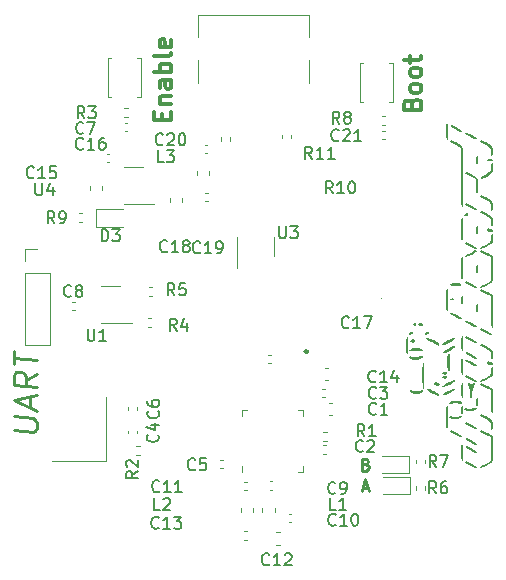
<source format=gbr>
%TF.GenerationSoftware,KiCad,Pcbnew,(6.0.7-1)-1*%
%TF.CreationDate,2023-05-14T20:29:57-05:00*%
%TF.ProjectId,ESP32-C3,45535033-322d-4433-932e-6b696361645f,1.0*%
%TF.SameCoordinates,Original*%
%TF.FileFunction,Legend,Top*%
%TF.FilePolarity,Positive*%
%FSLAX46Y46*%
G04 Gerber Fmt 4.6, Leading zero omitted, Abs format (unit mm)*
G04 Created by KiCad (PCBNEW (6.0.7-1)-1) date 2023-05-14 20:29:57*
%MOMM*%
%LPD*%
G01*
G04 APERTURE LIST*
%ADD10C,0.300000*%
%ADD11C,0.250000*%
%ADD12C,0.150000*%
%ADD13C,0.120000*%
G04 APERTURE END LIST*
D10*
X140860557Y-69663657D02*
X140860557Y-69163657D01*
X141646271Y-68949371D02*
X141646271Y-69663657D01*
X140146271Y-69663657D01*
X140146271Y-68949371D01*
X140646271Y-68306514D02*
X141646271Y-68306514D01*
X140789128Y-68306514D02*
X140717700Y-68235085D01*
X140646271Y-68092228D01*
X140646271Y-67877942D01*
X140717700Y-67735085D01*
X140860557Y-67663657D01*
X141646271Y-67663657D01*
X141646271Y-66306514D02*
X140860557Y-66306514D01*
X140717700Y-66377942D01*
X140646271Y-66520800D01*
X140646271Y-66806514D01*
X140717700Y-66949371D01*
X141574842Y-66306514D02*
X141646271Y-66449371D01*
X141646271Y-66806514D01*
X141574842Y-66949371D01*
X141431985Y-67020800D01*
X141289128Y-67020800D01*
X141146271Y-66949371D01*
X141074842Y-66806514D01*
X141074842Y-66449371D01*
X141003414Y-66306514D01*
X141646271Y-65592228D02*
X140146271Y-65592228D01*
X140717700Y-65592228D02*
X140646271Y-65449371D01*
X140646271Y-65163657D01*
X140717700Y-65020800D01*
X140789128Y-64949371D01*
X140931985Y-64877942D01*
X141360557Y-64877942D01*
X141503414Y-64949371D01*
X141574842Y-65020800D01*
X141646271Y-65163657D01*
X141646271Y-65449371D01*
X141574842Y-65592228D01*
X141646271Y-64020800D02*
X141574842Y-64163657D01*
X141431985Y-64235085D01*
X140146271Y-64235085D01*
X141574842Y-62877942D02*
X141646271Y-63020800D01*
X141646271Y-63306514D01*
X141574842Y-63449371D01*
X141431985Y-63520800D01*
X140860557Y-63520800D01*
X140717700Y-63449371D01*
X140646271Y-63306514D01*
X140646271Y-63020800D01*
X140717700Y-62877942D01*
X140860557Y-62806514D01*
X141003414Y-62806514D01*
X141146271Y-63520800D01*
X162032457Y-68304971D02*
X162103885Y-68090685D01*
X162175314Y-68019257D01*
X162318171Y-67947828D01*
X162532457Y-67947828D01*
X162675314Y-68019257D01*
X162746742Y-68090685D01*
X162818171Y-68233542D01*
X162818171Y-68804971D01*
X161318171Y-68804971D01*
X161318171Y-68304971D01*
X161389600Y-68162114D01*
X161461028Y-68090685D01*
X161603885Y-68019257D01*
X161746742Y-68019257D01*
X161889600Y-68090685D01*
X161961028Y-68162114D01*
X162032457Y-68304971D01*
X162032457Y-68804971D01*
X162818171Y-67090685D02*
X162746742Y-67233542D01*
X162675314Y-67304971D01*
X162532457Y-67376400D01*
X162103885Y-67376400D01*
X161961028Y-67304971D01*
X161889600Y-67233542D01*
X161818171Y-67090685D01*
X161818171Y-66876400D01*
X161889600Y-66733542D01*
X161961028Y-66662114D01*
X162103885Y-66590685D01*
X162532457Y-66590685D01*
X162675314Y-66662114D01*
X162746742Y-66733542D01*
X162818171Y-66876400D01*
X162818171Y-67090685D01*
X162818171Y-65733542D02*
X162746742Y-65876400D01*
X162675314Y-65947828D01*
X162532457Y-66019257D01*
X162103885Y-66019257D01*
X161961028Y-65947828D01*
X161889600Y-65876400D01*
X161818171Y-65733542D01*
X161818171Y-65519257D01*
X161889600Y-65376400D01*
X161961028Y-65304971D01*
X162103885Y-65233542D01*
X162532457Y-65233542D01*
X162675314Y-65304971D01*
X162746742Y-65376400D01*
X162818171Y-65519257D01*
X162818171Y-65733542D01*
X161818171Y-64804971D02*
X161818171Y-64233542D01*
X161318171Y-64590685D02*
X162603885Y-64590685D01*
X162746742Y-64519257D01*
X162818171Y-64376400D01*
X162818171Y-64233542D01*
D11*
X128278361Y-95867421D02*
X129897409Y-96069802D01*
X130087885Y-95998373D01*
X130183123Y-95915040D01*
X130278361Y-95736469D01*
X130278361Y-95355516D01*
X130183123Y-95153135D01*
X130087885Y-95045992D01*
X129897409Y-94926945D01*
X128278361Y-94724564D01*
X129706933Y-94045992D02*
X129706933Y-93093611D01*
X130278361Y-94307897D02*
X128278361Y-93391230D01*
X130278361Y-92974564D01*
X130278361Y-91165040D02*
X129325980Y-91712659D01*
X130278361Y-92307897D02*
X128278361Y-92057897D01*
X128278361Y-91295992D01*
X128373600Y-91117421D01*
X128468838Y-91034088D01*
X128659314Y-90962659D01*
X128945028Y-90998373D01*
X129135504Y-91117421D01*
X129230742Y-91224564D01*
X129325980Y-91426945D01*
X129325980Y-92188850D01*
X128278361Y-90343611D02*
X128278361Y-89200754D01*
X130278361Y-90022183D02*
X128278361Y-89772183D01*
D12*
%TO.C,C7*%
X134185333Y-70742742D02*
X134137714Y-70790361D01*
X133994857Y-70837980D01*
X133899619Y-70837980D01*
X133756761Y-70790361D01*
X133661523Y-70695123D01*
X133613904Y-70599885D01*
X133566285Y-70409409D01*
X133566285Y-70266552D01*
X133613904Y-70076076D01*
X133661523Y-69980838D01*
X133756761Y-69885600D01*
X133899619Y-69837980D01*
X133994857Y-69837980D01*
X134137714Y-69885600D01*
X134185333Y-69933219D01*
X134518666Y-69837980D02*
X135185333Y-69837980D01*
X134756761Y-70837980D01*
%TO.C,R5*%
X141906933Y-84503180D02*
X141573600Y-84026990D01*
X141335504Y-84503180D02*
X141335504Y-83503180D01*
X141716457Y-83503180D01*
X141811695Y-83550800D01*
X141859314Y-83598419D01*
X141906933Y-83693657D01*
X141906933Y-83836514D01*
X141859314Y-83931752D01*
X141811695Y-83979371D01*
X141716457Y-84026990D01*
X141335504Y-84026990D01*
X142811695Y-83503180D02*
X142335504Y-83503180D01*
X142287885Y-83979371D01*
X142335504Y-83931752D01*
X142430742Y-83884133D01*
X142668838Y-83884133D01*
X142764076Y-83931752D01*
X142811695Y-83979371D01*
X142859314Y-84074609D01*
X142859314Y-84312704D01*
X142811695Y-84407942D01*
X142764076Y-84455561D01*
X142668838Y-84503180D01*
X142430742Y-84503180D01*
X142335504Y-84455561D01*
X142287885Y-84407942D01*
%TO.C,R3*%
X134286933Y-69517180D02*
X133953600Y-69040990D01*
X133715504Y-69517180D02*
X133715504Y-68517180D01*
X134096457Y-68517180D01*
X134191695Y-68564800D01*
X134239314Y-68612419D01*
X134286933Y-68707657D01*
X134286933Y-68850514D01*
X134239314Y-68945752D01*
X134191695Y-68993371D01*
X134096457Y-69040990D01*
X133715504Y-69040990D01*
X134620266Y-68517180D02*
X135239314Y-68517180D01*
X134905980Y-68898133D01*
X135048838Y-68898133D01*
X135144076Y-68945752D01*
X135191695Y-68993371D01*
X135239314Y-69088609D01*
X135239314Y-69326704D01*
X135191695Y-69421942D01*
X135144076Y-69469561D01*
X135048838Y-69517180D01*
X134763123Y-69517180D01*
X134667885Y-69469561D01*
X134620266Y-69421942D01*
%TO.C,C14*%
X158944342Y-91783142D02*
X158896723Y-91830761D01*
X158753866Y-91878380D01*
X158658628Y-91878380D01*
X158515771Y-91830761D01*
X158420533Y-91735523D01*
X158372914Y-91640285D01*
X158325295Y-91449809D01*
X158325295Y-91306952D01*
X158372914Y-91116476D01*
X158420533Y-91021238D01*
X158515771Y-90926000D01*
X158658628Y-90878380D01*
X158753866Y-90878380D01*
X158896723Y-90926000D01*
X158944342Y-90973619D01*
X159896723Y-91878380D02*
X159325295Y-91878380D01*
X159611009Y-91878380D02*
X159611009Y-90878380D01*
X159515771Y-91021238D01*
X159420533Y-91116476D01*
X159325295Y-91164095D01*
X160753866Y-91211714D02*
X160753866Y-91878380D01*
X160515771Y-90830761D02*
X160277676Y-91545047D01*
X160896723Y-91545047D01*
%TO.C,R7*%
X164081733Y-99031980D02*
X163748400Y-98555790D01*
X163510304Y-99031980D02*
X163510304Y-98031980D01*
X163891257Y-98031980D01*
X163986495Y-98079600D01*
X164034114Y-98127219D01*
X164081733Y-98222457D01*
X164081733Y-98365314D01*
X164034114Y-98460552D01*
X163986495Y-98508171D01*
X163891257Y-98555790D01*
X163510304Y-98555790D01*
X164415066Y-98031980D02*
X165081733Y-98031980D01*
X164653161Y-99031980D01*
%TO.C,C9*%
X155521333Y-101222742D02*
X155473714Y-101270361D01*
X155330857Y-101317980D01*
X155235619Y-101317980D01*
X155092761Y-101270361D01*
X154997523Y-101175123D01*
X154949904Y-101079885D01*
X154902285Y-100889409D01*
X154902285Y-100746552D01*
X154949904Y-100556076D01*
X154997523Y-100460838D01*
X155092761Y-100365600D01*
X155235619Y-100317980D01*
X155330857Y-100317980D01*
X155473714Y-100365600D01*
X155521333Y-100413219D01*
X155997523Y-101317980D02*
X156188000Y-101317980D01*
X156283238Y-101270361D01*
X156330857Y-101222742D01*
X156426095Y-101079885D01*
X156473714Y-100889409D01*
X156473714Y-100508457D01*
X156426095Y-100413219D01*
X156378476Y-100365600D01*
X156283238Y-100317980D01*
X156092761Y-100317980D01*
X155997523Y-100365600D01*
X155949904Y-100413219D01*
X155902285Y-100508457D01*
X155902285Y-100746552D01*
X155949904Y-100841790D01*
X155997523Y-100889409D01*
X156092761Y-100937028D01*
X156283238Y-100937028D01*
X156378476Y-100889409D01*
X156426095Y-100841790D01*
X156473714Y-100746552D01*
%TO.C,C15*%
X130000742Y-74501942D02*
X129953123Y-74549561D01*
X129810266Y-74597180D01*
X129715028Y-74597180D01*
X129572171Y-74549561D01*
X129476933Y-74454323D01*
X129429314Y-74359085D01*
X129381695Y-74168609D01*
X129381695Y-74025752D01*
X129429314Y-73835276D01*
X129476933Y-73740038D01*
X129572171Y-73644800D01*
X129715028Y-73597180D01*
X129810266Y-73597180D01*
X129953123Y-73644800D01*
X130000742Y-73692419D01*
X130953123Y-74597180D02*
X130381695Y-74597180D01*
X130667409Y-74597180D02*
X130667409Y-73597180D01*
X130572171Y-73740038D01*
X130476933Y-73835276D01*
X130381695Y-73882895D01*
X131857885Y-73597180D02*
X131381695Y-73597180D01*
X131334076Y-74073371D01*
X131381695Y-74025752D01*
X131476933Y-73978133D01*
X131715028Y-73978133D01*
X131810266Y-74025752D01*
X131857885Y-74073371D01*
X131905504Y-74168609D01*
X131905504Y-74406704D01*
X131857885Y-74501942D01*
X131810266Y-74549561D01*
X131715028Y-74597180D01*
X131476933Y-74597180D01*
X131381695Y-74549561D01*
X131334076Y-74501942D01*
%TO.C,R10*%
X155299142Y-75867180D02*
X154965809Y-75390990D01*
X154727714Y-75867180D02*
X154727714Y-74867180D01*
X155108666Y-74867180D01*
X155203904Y-74914800D01*
X155251523Y-74962419D01*
X155299142Y-75057657D01*
X155299142Y-75200514D01*
X155251523Y-75295752D01*
X155203904Y-75343371D01*
X155108666Y-75390990D01*
X154727714Y-75390990D01*
X156251523Y-75867180D02*
X155680095Y-75867180D01*
X155965809Y-75867180D02*
X155965809Y-74867180D01*
X155870571Y-75010038D01*
X155775333Y-75105276D01*
X155680095Y-75152895D01*
X156870571Y-74867180D02*
X156965809Y-74867180D01*
X157061047Y-74914800D01*
X157108666Y-74962419D01*
X157156285Y-75057657D01*
X157203904Y-75248133D01*
X157203904Y-75486228D01*
X157156285Y-75676704D01*
X157108666Y-75771942D01*
X157061047Y-75819561D01*
X156965809Y-75867180D01*
X156870571Y-75867180D01*
X156775333Y-75819561D01*
X156727714Y-75771942D01*
X156680095Y-75676704D01*
X156632476Y-75486228D01*
X156632476Y-75248133D01*
X156680095Y-75057657D01*
X156727714Y-74962419D01*
X156775333Y-74914800D01*
X156870571Y-74867180D01*
%TO.C,R1*%
X157991333Y-96441180D02*
X157658000Y-95964990D01*
X157419904Y-96441180D02*
X157419904Y-95441180D01*
X157800857Y-95441180D01*
X157896095Y-95488800D01*
X157943714Y-95536419D01*
X157991333Y-95631657D01*
X157991333Y-95774514D01*
X157943714Y-95869752D01*
X157896095Y-95917371D01*
X157800857Y-95964990D01*
X157419904Y-95964990D01*
X158943714Y-96441180D02*
X158372285Y-96441180D01*
X158658000Y-96441180D02*
X158658000Y-95441180D01*
X158562761Y-95584038D01*
X158467523Y-95679276D01*
X158372285Y-95726895D01*
%TO.C,U4*%
X130135695Y-75019580D02*
X130135695Y-75829104D01*
X130183314Y-75924342D01*
X130230933Y-75971961D01*
X130326171Y-76019580D01*
X130516647Y-76019580D01*
X130611885Y-75971961D01*
X130659504Y-75924342D01*
X130707123Y-75829104D01*
X130707123Y-75019580D01*
X131611885Y-75352914D02*
X131611885Y-76019580D01*
X131373790Y-74971961D02*
X131135695Y-75686247D01*
X131754742Y-75686247D01*
%TO.C,L3*%
X140992533Y-73225580D02*
X140516342Y-73225580D01*
X140516342Y-72225580D01*
X141230628Y-72225580D02*
X141849676Y-72225580D01*
X141516342Y-72606533D01*
X141659200Y-72606533D01*
X141754438Y-72654152D01*
X141802057Y-72701771D01*
X141849676Y-72797009D01*
X141849676Y-73035104D01*
X141802057Y-73130342D01*
X141754438Y-73177961D01*
X141659200Y-73225580D01*
X141373485Y-73225580D01*
X141278247Y-73177961D01*
X141230628Y-73130342D01*
%TO.C,C5*%
X143662133Y-99216142D02*
X143614514Y-99263761D01*
X143471657Y-99311380D01*
X143376419Y-99311380D01*
X143233561Y-99263761D01*
X143138323Y-99168523D01*
X143090704Y-99073285D01*
X143043085Y-98882809D01*
X143043085Y-98739952D01*
X143090704Y-98549476D01*
X143138323Y-98454238D01*
X143233561Y-98359000D01*
X143376419Y-98311380D01*
X143471657Y-98311380D01*
X143614514Y-98359000D01*
X143662133Y-98406619D01*
X144566895Y-98311380D02*
X144090704Y-98311380D01*
X144043085Y-98787571D01*
X144090704Y-98739952D01*
X144185942Y-98692333D01*
X144424038Y-98692333D01*
X144519276Y-98739952D01*
X144566895Y-98787571D01*
X144614514Y-98882809D01*
X144614514Y-99120904D01*
X144566895Y-99216142D01*
X144519276Y-99263761D01*
X144424038Y-99311380D01*
X144185942Y-99311380D01*
X144090704Y-99263761D01*
X144043085Y-99216142D01*
D11*
%TO.C,A*%
X157837504Y-100782266D02*
X158313695Y-100782266D01*
X157742266Y-101067980D02*
X158075600Y-100067980D01*
X158408933Y-101067980D01*
D12*
%TO.C,C19*%
X144072342Y-80851942D02*
X144024723Y-80899561D01*
X143881866Y-80947180D01*
X143786628Y-80947180D01*
X143643771Y-80899561D01*
X143548533Y-80804323D01*
X143500914Y-80709085D01*
X143453295Y-80518609D01*
X143453295Y-80375752D01*
X143500914Y-80185276D01*
X143548533Y-80090038D01*
X143643771Y-79994800D01*
X143786628Y-79947180D01*
X143881866Y-79947180D01*
X144024723Y-79994800D01*
X144072342Y-80042419D01*
X145024723Y-80947180D02*
X144453295Y-80947180D01*
X144739009Y-80947180D02*
X144739009Y-79947180D01*
X144643771Y-80090038D01*
X144548533Y-80185276D01*
X144453295Y-80232895D01*
X145500914Y-80947180D02*
X145691390Y-80947180D01*
X145786628Y-80899561D01*
X145834247Y-80851942D01*
X145929485Y-80709085D01*
X145977104Y-80518609D01*
X145977104Y-80137657D01*
X145929485Y-80042419D01*
X145881866Y-79994800D01*
X145786628Y-79947180D01*
X145596152Y-79947180D01*
X145500914Y-79994800D01*
X145453295Y-80042419D01*
X145405676Y-80137657D01*
X145405676Y-80375752D01*
X145453295Y-80470990D01*
X145500914Y-80518609D01*
X145596152Y-80566228D01*
X145786628Y-80566228D01*
X145881866Y-80518609D01*
X145929485Y-80470990D01*
X145977104Y-80375752D01*
%TO.C,R6*%
X164055733Y-101267180D02*
X163722400Y-100790990D01*
X163484304Y-101267180D02*
X163484304Y-100267180D01*
X163865257Y-100267180D01*
X163960495Y-100314800D01*
X164008114Y-100362419D01*
X164055733Y-100457657D01*
X164055733Y-100600514D01*
X164008114Y-100695752D01*
X163960495Y-100743371D01*
X163865257Y-100790990D01*
X163484304Y-100790990D01*
X164912876Y-100267180D02*
X164722400Y-100267180D01*
X164627161Y-100314800D01*
X164579542Y-100362419D01*
X164484304Y-100505276D01*
X164436685Y-100695752D01*
X164436685Y-101076704D01*
X164484304Y-101171942D01*
X164531923Y-101219561D01*
X164627161Y-101267180D01*
X164817638Y-101267180D01*
X164912876Y-101219561D01*
X164960495Y-101171942D01*
X165008114Y-101076704D01*
X165008114Y-100838609D01*
X164960495Y-100743371D01*
X164912876Y-100695752D01*
X164817638Y-100648133D01*
X164627161Y-100648133D01*
X164531923Y-100695752D01*
X164484304Y-100743371D01*
X164436685Y-100838609D01*
%TO.C,C16*%
X134166342Y-72063542D02*
X134118723Y-72111161D01*
X133975866Y-72158780D01*
X133880628Y-72158780D01*
X133737771Y-72111161D01*
X133642533Y-72015923D01*
X133594914Y-71920685D01*
X133547295Y-71730209D01*
X133547295Y-71587352D01*
X133594914Y-71396876D01*
X133642533Y-71301638D01*
X133737771Y-71206400D01*
X133880628Y-71158780D01*
X133975866Y-71158780D01*
X134118723Y-71206400D01*
X134166342Y-71254019D01*
X135118723Y-72158780D02*
X134547295Y-72158780D01*
X134833009Y-72158780D02*
X134833009Y-71158780D01*
X134737771Y-71301638D01*
X134642533Y-71396876D01*
X134547295Y-71444495D01*
X135975866Y-71158780D02*
X135785390Y-71158780D01*
X135690152Y-71206400D01*
X135642533Y-71254019D01*
X135547295Y-71396876D01*
X135499676Y-71587352D01*
X135499676Y-71968304D01*
X135547295Y-72063542D01*
X135594914Y-72111161D01*
X135690152Y-72158780D01*
X135880628Y-72158780D01*
X135975866Y-72111161D01*
X136023485Y-72063542D01*
X136071104Y-71968304D01*
X136071104Y-71730209D01*
X136023485Y-71634971D01*
X135975866Y-71587352D01*
X135880628Y-71539733D01*
X135690152Y-71539733D01*
X135594914Y-71587352D01*
X135547295Y-71634971D01*
X135499676Y-71730209D01*
%TO.C,C17*%
X156670742Y-87201942D02*
X156623123Y-87249561D01*
X156480266Y-87297180D01*
X156385028Y-87297180D01*
X156242171Y-87249561D01*
X156146933Y-87154323D01*
X156099314Y-87059085D01*
X156051695Y-86868609D01*
X156051695Y-86725752D01*
X156099314Y-86535276D01*
X156146933Y-86440038D01*
X156242171Y-86344800D01*
X156385028Y-86297180D01*
X156480266Y-86297180D01*
X156623123Y-86344800D01*
X156670742Y-86392419D01*
X157623123Y-87297180D02*
X157051695Y-87297180D01*
X157337409Y-87297180D02*
X157337409Y-86297180D01*
X157242171Y-86440038D01*
X157146933Y-86535276D01*
X157051695Y-86582895D01*
X157956457Y-86297180D02*
X158623123Y-86297180D01*
X158194552Y-87297180D01*
%TO.C,U1*%
X134555695Y-87345180D02*
X134555695Y-88154704D01*
X134603314Y-88249942D01*
X134650933Y-88297561D01*
X134746171Y-88345180D01*
X134936647Y-88345180D01*
X135031885Y-88297561D01*
X135079504Y-88249942D01*
X135127123Y-88154704D01*
X135127123Y-87345180D01*
X136127123Y-88345180D02*
X135555695Y-88345180D01*
X135841409Y-88345180D02*
X135841409Y-87345180D01*
X135746171Y-87488038D01*
X135650933Y-87583276D01*
X135555695Y-87630895D01*
%TO.C,L1*%
X155572133Y-102638780D02*
X155095942Y-102638780D01*
X155095942Y-101638780D01*
X156429276Y-102638780D02*
X155857847Y-102638780D01*
X156143561Y-102638780D02*
X156143561Y-101638780D01*
X156048323Y-101781638D01*
X155953085Y-101876876D01*
X155857847Y-101924495D01*
%TO.C,C21*%
X155807142Y-71352342D02*
X155759523Y-71399961D01*
X155616666Y-71447580D01*
X155521428Y-71447580D01*
X155378571Y-71399961D01*
X155283333Y-71304723D01*
X155235714Y-71209485D01*
X155188095Y-71019009D01*
X155188095Y-70876152D01*
X155235714Y-70685676D01*
X155283333Y-70590438D01*
X155378571Y-70495200D01*
X155521428Y-70447580D01*
X155616666Y-70447580D01*
X155759523Y-70495200D01*
X155807142Y-70542819D01*
X156188095Y-70542819D02*
X156235714Y-70495200D01*
X156330952Y-70447580D01*
X156569047Y-70447580D01*
X156664285Y-70495200D01*
X156711904Y-70542819D01*
X156759523Y-70638057D01*
X156759523Y-70733295D01*
X156711904Y-70876152D01*
X156140476Y-71447580D01*
X156759523Y-71447580D01*
X157711904Y-71447580D02*
X157140476Y-71447580D01*
X157426190Y-71447580D02*
X157426190Y-70447580D01*
X157330952Y-70590438D01*
X157235714Y-70685676D01*
X157140476Y-70733295D01*
%TO.C,R2*%
X138817580Y-99406666D02*
X138341390Y-99740000D01*
X138817580Y-99978095D02*
X137817580Y-99978095D01*
X137817580Y-99597142D01*
X137865200Y-99501904D01*
X137912819Y-99454285D01*
X138008057Y-99406666D01*
X138150914Y-99406666D01*
X138246152Y-99454285D01*
X138293771Y-99501904D01*
X138341390Y-99597142D01*
X138341390Y-99978095D01*
X137912819Y-99025714D02*
X137865200Y-98978095D01*
X137817580Y-98882857D01*
X137817580Y-98644761D01*
X137865200Y-98549523D01*
X137912819Y-98501904D01*
X138008057Y-98454285D01*
X138103295Y-98454285D01*
X138246152Y-98501904D01*
X138817580Y-99073333D01*
X138817580Y-98454285D01*
%TO.C,C10*%
X155553142Y-103915142D02*
X155505523Y-103962761D01*
X155362666Y-104010380D01*
X155267428Y-104010380D01*
X155124571Y-103962761D01*
X155029333Y-103867523D01*
X154981714Y-103772285D01*
X154934095Y-103581809D01*
X154934095Y-103438952D01*
X154981714Y-103248476D01*
X155029333Y-103153238D01*
X155124571Y-103058000D01*
X155267428Y-103010380D01*
X155362666Y-103010380D01*
X155505523Y-103058000D01*
X155553142Y-103105619D01*
X156505523Y-104010380D02*
X155934095Y-104010380D01*
X156219809Y-104010380D02*
X156219809Y-103010380D01*
X156124571Y-103153238D01*
X156029333Y-103248476D01*
X155934095Y-103296095D01*
X157124571Y-103010380D02*
X157219809Y-103010380D01*
X157315047Y-103058000D01*
X157362666Y-103105619D01*
X157410285Y-103200857D01*
X157457904Y-103391333D01*
X157457904Y-103629428D01*
X157410285Y-103819904D01*
X157362666Y-103915142D01*
X157315047Y-103962761D01*
X157219809Y-104010380D01*
X157124571Y-104010380D01*
X157029333Y-103962761D01*
X156981714Y-103915142D01*
X156934095Y-103819904D01*
X156886476Y-103629428D01*
X156886476Y-103391333D01*
X156934095Y-103200857D01*
X156981714Y-103105619D01*
X157029333Y-103058000D01*
X157124571Y-103010380D01*
%TO.C,R11*%
X153550342Y-72944580D02*
X153217009Y-72468390D01*
X152978914Y-72944580D02*
X152978914Y-71944580D01*
X153359866Y-71944580D01*
X153455104Y-71992200D01*
X153502723Y-72039819D01*
X153550342Y-72135057D01*
X153550342Y-72277914D01*
X153502723Y-72373152D01*
X153455104Y-72420771D01*
X153359866Y-72468390D01*
X152978914Y-72468390D01*
X154502723Y-72944580D02*
X153931295Y-72944580D01*
X154217009Y-72944580D02*
X154217009Y-71944580D01*
X154121771Y-72087438D01*
X154026533Y-72182676D01*
X153931295Y-72230295D01*
X155455104Y-72944580D02*
X154883676Y-72944580D01*
X155169390Y-72944580D02*
X155169390Y-71944580D01*
X155074152Y-72087438D01*
X154978914Y-72182676D01*
X154883676Y-72230295D01*
%TO.C,L2*%
X140687733Y-102689580D02*
X140211542Y-102689580D01*
X140211542Y-101689580D01*
X140973447Y-101784819D02*
X141021066Y-101737200D01*
X141116304Y-101689580D01*
X141354400Y-101689580D01*
X141449638Y-101737200D01*
X141497257Y-101784819D01*
X141544876Y-101880057D01*
X141544876Y-101975295D01*
X141497257Y-102118152D01*
X140925828Y-102689580D01*
X141544876Y-102689580D01*
%TO.C,D3*%
X135747504Y-79931180D02*
X135747504Y-78931180D01*
X135985600Y-78931180D01*
X136128457Y-78978800D01*
X136223695Y-79074038D01*
X136271314Y-79169276D01*
X136318933Y-79359752D01*
X136318933Y-79502609D01*
X136271314Y-79693085D01*
X136223695Y-79788323D01*
X136128457Y-79883561D01*
X135985600Y-79931180D01*
X135747504Y-79931180D01*
X136652266Y-78931180D02*
X137271314Y-78931180D01*
X136937980Y-79312133D01*
X137080838Y-79312133D01*
X137176076Y-79359752D01*
X137223695Y-79407371D01*
X137271314Y-79502609D01*
X137271314Y-79740704D01*
X137223695Y-79835942D01*
X137176076Y-79883561D01*
X137080838Y-79931180D01*
X136795123Y-79931180D01*
X136699885Y-79883561D01*
X136652266Y-79835942D01*
%TO.C,R4*%
X142080933Y-87495180D02*
X141747600Y-87018990D01*
X141509504Y-87495180D02*
X141509504Y-86495180D01*
X141890457Y-86495180D01*
X141985695Y-86542800D01*
X142033314Y-86590419D01*
X142080933Y-86685657D01*
X142080933Y-86828514D01*
X142033314Y-86923752D01*
X141985695Y-86971371D01*
X141890457Y-87018990D01*
X141509504Y-87018990D01*
X142938076Y-86828514D02*
X142938076Y-87495180D01*
X142699980Y-86447561D02*
X142461885Y-87161847D01*
X143080933Y-87161847D01*
%TO.C,R8*%
X155876933Y-69974380D02*
X155543600Y-69498190D01*
X155305504Y-69974380D02*
X155305504Y-68974380D01*
X155686457Y-68974380D01*
X155781695Y-69022000D01*
X155829314Y-69069619D01*
X155876933Y-69164857D01*
X155876933Y-69307714D01*
X155829314Y-69402952D01*
X155781695Y-69450571D01*
X155686457Y-69498190D01*
X155305504Y-69498190D01*
X156448361Y-69402952D02*
X156353123Y-69355333D01*
X156305504Y-69307714D01*
X156257885Y-69212476D01*
X156257885Y-69164857D01*
X156305504Y-69069619D01*
X156353123Y-69022000D01*
X156448361Y-68974380D01*
X156638838Y-68974380D01*
X156734076Y-69022000D01*
X156781695Y-69069619D01*
X156829314Y-69164857D01*
X156829314Y-69212476D01*
X156781695Y-69307714D01*
X156734076Y-69355333D01*
X156638838Y-69402952D01*
X156448361Y-69402952D01*
X156353123Y-69450571D01*
X156305504Y-69498190D01*
X156257885Y-69593428D01*
X156257885Y-69783904D01*
X156305504Y-69879142D01*
X156353123Y-69926761D01*
X156448361Y-69974380D01*
X156638838Y-69974380D01*
X156734076Y-69926761D01*
X156781695Y-69879142D01*
X156829314Y-69783904D01*
X156829314Y-69593428D01*
X156781695Y-69498190D01*
X156734076Y-69450571D01*
X156638838Y-69402952D01*
%TO.C,C6*%
X140506742Y-94309466D02*
X140554361Y-94357085D01*
X140601980Y-94499942D01*
X140601980Y-94595180D01*
X140554361Y-94738038D01*
X140459123Y-94833276D01*
X140363885Y-94880895D01*
X140173409Y-94928514D01*
X140030552Y-94928514D01*
X139840076Y-94880895D01*
X139744838Y-94833276D01*
X139649600Y-94738038D01*
X139601980Y-94595180D01*
X139601980Y-94499942D01*
X139649600Y-94357085D01*
X139697219Y-94309466D01*
X139601980Y-93452323D02*
X139601980Y-93642800D01*
X139649600Y-93738038D01*
X139697219Y-93785657D01*
X139840076Y-93880895D01*
X140030552Y-93928514D01*
X140411504Y-93928514D01*
X140506742Y-93880895D01*
X140554361Y-93833276D01*
X140601980Y-93738038D01*
X140601980Y-93547561D01*
X140554361Y-93452323D01*
X140506742Y-93404704D01*
X140411504Y-93357085D01*
X140173409Y-93357085D01*
X140078171Y-93404704D01*
X140030552Y-93452323D01*
X139982933Y-93547561D01*
X139982933Y-93738038D01*
X140030552Y-93833276D01*
X140078171Y-93880895D01*
X140173409Y-93928514D01*
%TO.C,C4*%
X140474742Y-96309466D02*
X140522361Y-96357085D01*
X140569980Y-96499942D01*
X140569980Y-96595180D01*
X140522361Y-96738038D01*
X140427123Y-96833276D01*
X140331885Y-96880895D01*
X140141409Y-96928514D01*
X139998552Y-96928514D01*
X139808076Y-96880895D01*
X139712838Y-96833276D01*
X139617600Y-96738038D01*
X139569980Y-96595180D01*
X139569980Y-96499942D01*
X139617600Y-96357085D01*
X139665219Y-96309466D01*
X139903314Y-95452323D02*
X140569980Y-95452323D01*
X139522361Y-95690419D02*
X140236647Y-95928514D01*
X140236647Y-95309466D01*
%TO.C,C13*%
X140567142Y-104169142D02*
X140519523Y-104216761D01*
X140376666Y-104264380D01*
X140281428Y-104264380D01*
X140138571Y-104216761D01*
X140043333Y-104121523D01*
X139995714Y-104026285D01*
X139948095Y-103835809D01*
X139948095Y-103692952D01*
X139995714Y-103502476D01*
X140043333Y-103407238D01*
X140138571Y-103312000D01*
X140281428Y-103264380D01*
X140376666Y-103264380D01*
X140519523Y-103312000D01*
X140567142Y-103359619D01*
X141519523Y-104264380D02*
X140948095Y-104264380D01*
X141233809Y-104264380D02*
X141233809Y-103264380D01*
X141138571Y-103407238D01*
X141043333Y-103502476D01*
X140948095Y-103550095D01*
X141852857Y-103264380D02*
X142471904Y-103264380D01*
X142138571Y-103645333D01*
X142281428Y-103645333D01*
X142376666Y-103692952D01*
X142424285Y-103740571D01*
X142471904Y-103835809D01*
X142471904Y-104073904D01*
X142424285Y-104169142D01*
X142376666Y-104216761D01*
X142281428Y-104264380D01*
X141995714Y-104264380D01*
X141900476Y-104216761D01*
X141852857Y-104169142D01*
%TO.C,C11*%
X140617942Y-101070342D02*
X140570323Y-101117961D01*
X140427466Y-101165580D01*
X140332228Y-101165580D01*
X140189371Y-101117961D01*
X140094133Y-101022723D01*
X140046514Y-100927485D01*
X139998895Y-100737009D01*
X139998895Y-100594152D01*
X140046514Y-100403676D01*
X140094133Y-100308438D01*
X140189371Y-100213200D01*
X140332228Y-100165580D01*
X140427466Y-100165580D01*
X140570323Y-100213200D01*
X140617942Y-100260819D01*
X141570323Y-101165580D02*
X140998895Y-101165580D01*
X141284609Y-101165580D02*
X141284609Y-100165580D01*
X141189371Y-100308438D01*
X141094133Y-100403676D01*
X140998895Y-100451295D01*
X142522704Y-101165580D02*
X141951276Y-101165580D01*
X142236990Y-101165580D02*
X142236990Y-100165580D01*
X142141752Y-100308438D01*
X142046514Y-100403676D01*
X141951276Y-100451295D01*
%TO.C,C2*%
X157858133Y-97666742D02*
X157810514Y-97714361D01*
X157667657Y-97761980D01*
X157572419Y-97761980D01*
X157429561Y-97714361D01*
X157334323Y-97619123D01*
X157286704Y-97523885D01*
X157239085Y-97333409D01*
X157239085Y-97190552D01*
X157286704Y-97000076D01*
X157334323Y-96904838D01*
X157429561Y-96809600D01*
X157572419Y-96761980D01*
X157667657Y-96761980D01*
X157810514Y-96809600D01*
X157858133Y-96857219D01*
X158239085Y-96857219D02*
X158286704Y-96809600D01*
X158381942Y-96761980D01*
X158620038Y-96761980D01*
X158715276Y-96809600D01*
X158762895Y-96857219D01*
X158810514Y-96952457D01*
X158810514Y-97047695D01*
X158762895Y-97190552D01*
X158191466Y-97761980D01*
X158810514Y-97761980D01*
%TO.C,C8*%
X133150933Y-84549942D02*
X133103314Y-84597561D01*
X132960457Y-84645180D01*
X132865219Y-84645180D01*
X132722361Y-84597561D01*
X132627123Y-84502323D01*
X132579504Y-84407085D01*
X132531885Y-84216609D01*
X132531885Y-84073752D01*
X132579504Y-83883276D01*
X132627123Y-83788038D01*
X132722361Y-83692800D01*
X132865219Y-83645180D01*
X132960457Y-83645180D01*
X133103314Y-83692800D01*
X133150933Y-83740419D01*
X133722361Y-84073752D02*
X133627123Y-84026133D01*
X133579504Y-83978514D01*
X133531885Y-83883276D01*
X133531885Y-83835657D01*
X133579504Y-83740419D01*
X133627123Y-83692800D01*
X133722361Y-83645180D01*
X133912838Y-83645180D01*
X134008076Y-83692800D01*
X134055695Y-83740419D01*
X134103314Y-83835657D01*
X134103314Y-83883276D01*
X134055695Y-83978514D01*
X134008076Y-84026133D01*
X133912838Y-84073752D01*
X133722361Y-84073752D01*
X133627123Y-84121371D01*
X133579504Y-84168990D01*
X133531885Y-84264228D01*
X133531885Y-84454704D01*
X133579504Y-84549942D01*
X133627123Y-84597561D01*
X133722361Y-84645180D01*
X133912838Y-84645180D01*
X134008076Y-84597561D01*
X134055695Y-84549942D01*
X134103314Y-84454704D01*
X134103314Y-84264228D01*
X134055695Y-84168990D01*
X134008076Y-84121371D01*
X133912838Y-84073752D01*
%TO.C,C20*%
X140922742Y-71707942D02*
X140875123Y-71755561D01*
X140732266Y-71803180D01*
X140637028Y-71803180D01*
X140494171Y-71755561D01*
X140398933Y-71660323D01*
X140351314Y-71565085D01*
X140303695Y-71374609D01*
X140303695Y-71231752D01*
X140351314Y-71041276D01*
X140398933Y-70946038D01*
X140494171Y-70850800D01*
X140637028Y-70803180D01*
X140732266Y-70803180D01*
X140875123Y-70850800D01*
X140922742Y-70898419D01*
X141303695Y-70898419D02*
X141351314Y-70850800D01*
X141446552Y-70803180D01*
X141684647Y-70803180D01*
X141779885Y-70850800D01*
X141827504Y-70898419D01*
X141875123Y-70993657D01*
X141875123Y-71088895D01*
X141827504Y-71231752D01*
X141256076Y-71803180D01*
X141875123Y-71803180D01*
X142494171Y-70803180D02*
X142589409Y-70803180D01*
X142684647Y-70850800D01*
X142732266Y-70898419D01*
X142779885Y-70993657D01*
X142827504Y-71184133D01*
X142827504Y-71422228D01*
X142779885Y-71612704D01*
X142732266Y-71707942D01*
X142684647Y-71755561D01*
X142589409Y-71803180D01*
X142494171Y-71803180D01*
X142398933Y-71755561D01*
X142351314Y-71707942D01*
X142303695Y-71612704D01*
X142256076Y-71422228D01*
X142256076Y-71184133D01*
X142303695Y-70993657D01*
X142351314Y-70898419D01*
X142398933Y-70850800D01*
X142494171Y-70803180D01*
D11*
%TO.C,B*%
X158096228Y-98812971D02*
X158239085Y-98860590D01*
X158286704Y-98908209D01*
X158334323Y-99003447D01*
X158334323Y-99146304D01*
X158286704Y-99241542D01*
X158239085Y-99289161D01*
X158143847Y-99336780D01*
X157762895Y-99336780D01*
X157762895Y-98336780D01*
X158096228Y-98336780D01*
X158191466Y-98384400D01*
X158239085Y-98432019D01*
X158286704Y-98527257D01*
X158286704Y-98622495D01*
X158239085Y-98717733D01*
X158191466Y-98765352D01*
X158096228Y-98812971D01*
X157762895Y-98812971D01*
D12*
%TO.C,C1*%
X158975733Y-94517142D02*
X158928114Y-94564761D01*
X158785257Y-94612380D01*
X158690019Y-94612380D01*
X158547161Y-94564761D01*
X158451923Y-94469523D01*
X158404304Y-94374285D01*
X158356685Y-94183809D01*
X158356685Y-94040952D01*
X158404304Y-93850476D01*
X158451923Y-93755238D01*
X158547161Y-93660000D01*
X158690019Y-93612380D01*
X158785257Y-93612380D01*
X158928114Y-93660000D01*
X158975733Y-93707619D01*
X159928114Y-94612380D02*
X159356685Y-94612380D01*
X159642400Y-94612380D02*
X159642400Y-93612380D01*
X159547161Y-93755238D01*
X159451923Y-93850476D01*
X159356685Y-93898095D01*
%TO.C,C18*%
X141278342Y-80750342D02*
X141230723Y-80797961D01*
X141087866Y-80845580D01*
X140992628Y-80845580D01*
X140849771Y-80797961D01*
X140754533Y-80702723D01*
X140706914Y-80607485D01*
X140659295Y-80417009D01*
X140659295Y-80274152D01*
X140706914Y-80083676D01*
X140754533Y-79988438D01*
X140849771Y-79893200D01*
X140992628Y-79845580D01*
X141087866Y-79845580D01*
X141230723Y-79893200D01*
X141278342Y-79940819D01*
X142230723Y-80845580D02*
X141659295Y-80845580D01*
X141945009Y-80845580D02*
X141945009Y-79845580D01*
X141849771Y-79988438D01*
X141754533Y-80083676D01*
X141659295Y-80131295D01*
X142802152Y-80274152D02*
X142706914Y-80226533D01*
X142659295Y-80178914D01*
X142611676Y-80083676D01*
X142611676Y-80036057D01*
X142659295Y-79940819D01*
X142706914Y-79893200D01*
X142802152Y-79845580D01*
X142992628Y-79845580D01*
X143087866Y-79893200D01*
X143135485Y-79940819D01*
X143183104Y-80036057D01*
X143183104Y-80083676D01*
X143135485Y-80178914D01*
X143087866Y-80226533D01*
X142992628Y-80274152D01*
X142802152Y-80274152D01*
X142706914Y-80321771D01*
X142659295Y-80369390D01*
X142611676Y-80464628D01*
X142611676Y-80655104D01*
X142659295Y-80750342D01*
X142706914Y-80797961D01*
X142802152Y-80845580D01*
X142992628Y-80845580D01*
X143087866Y-80797961D01*
X143135485Y-80750342D01*
X143183104Y-80655104D01*
X143183104Y-80464628D01*
X143135485Y-80369390D01*
X143087866Y-80321771D01*
X142992628Y-80274152D01*
%TO.C,C12*%
X149914342Y-107267942D02*
X149866723Y-107315561D01*
X149723866Y-107363180D01*
X149628628Y-107363180D01*
X149485771Y-107315561D01*
X149390533Y-107220323D01*
X149342914Y-107125085D01*
X149295295Y-106934609D01*
X149295295Y-106791752D01*
X149342914Y-106601276D01*
X149390533Y-106506038D01*
X149485771Y-106410800D01*
X149628628Y-106363180D01*
X149723866Y-106363180D01*
X149866723Y-106410800D01*
X149914342Y-106458419D01*
X150866723Y-107363180D02*
X150295295Y-107363180D01*
X150581009Y-107363180D02*
X150581009Y-106363180D01*
X150485771Y-106506038D01*
X150390533Y-106601276D01*
X150295295Y-106648895D01*
X151247676Y-106458419D02*
X151295295Y-106410800D01*
X151390533Y-106363180D01*
X151628628Y-106363180D01*
X151723866Y-106410800D01*
X151771485Y-106458419D01*
X151819104Y-106553657D01*
X151819104Y-106648895D01*
X151771485Y-106791752D01*
X151200057Y-107363180D01*
X151819104Y-107363180D01*
%TO.C,R9*%
X131746933Y-78407180D02*
X131413600Y-77930990D01*
X131175504Y-78407180D02*
X131175504Y-77407180D01*
X131556457Y-77407180D01*
X131651695Y-77454800D01*
X131699314Y-77502419D01*
X131746933Y-77597657D01*
X131746933Y-77740514D01*
X131699314Y-77835752D01*
X131651695Y-77883371D01*
X131556457Y-77930990D01*
X131175504Y-77930990D01*
X132223123Y-78407180D02*
X132413600Y-78407180D01*
X132508838Y-78359561D01*
X132556457Y-78311942D01*
X132651695Y-78169085D01*
X132699314Y-77978609D01*
X132699314Y-77597657D01*
X132651695Y-77502419D01*
X132604076Y-77454800D01*
X132508838Y-77407180D01*
X132318361Y-77407180D01*
X132223123Y-77454800D01*
X132175504Y-77502419D01*
X132127885Y-77597657D01*
X132127885Y-77835752D01*
X132175504Y-77930990D01*
X132223123Y-77978609D01*
X132318361Y-78026228D01*
X132508838Y-78026228D01*
X132604076Y-77978609D01*
X132651695Y-77930990D01*
X132699314Y-77835752D01*
%TO.C,C3*%
X158975733Y-93162742D02*
X158928114Y-93210361D01*
X158785257Y-93257980D01*
X158690019Y-93257980D01*
X158547161Y-93210361D01*
X158451923Y-93115123D01*
X158404304Y-93019885D01*
X158356685Y-92829409D01*
X158356685Y-92686552D01*
X158404304Y-92496076D01*
X158451923Y-92400838D01*
X158547161Y-92305600D01*
X158690019Y-92257980D01*
X158785257Y-92257980D01*
X158928114Y-92305600D01*
X158975733Y-92353219D01*
X159309066Y-92257980D02*
X159928114Y-92257980D01*
X159594780Y-92638933D01*
X159737638Y-92638933D01*
X159832876Y-92686552D01*
X159880495Y-92734171D01*
X159928114Y-92829409D01*
X159928114Y-93067504D01*
X159880495Y-93162742D01*
X159832876Y-93210361D01*
X159737638Y-93257980D01*
X159451923Y-93257980D01*
X159356685Y-93210361D01*
X159309066Y-93162742D01*
%TO.C,U3*%
X150775695Y-78666180D02*
X150775695Y-79475704D01*
X150823314Y-79570942D01*
X150870933Y-79618561D01*
X150966171Y-79666180D01*
X151156647Y-79666180D01*
X151251885Y-79618561D01*
X151299504Y-79570942D01*
X151347123Y-79475704D01*
X151347123Y-78666180D01*
X151728076Y-78666180D02*
X152347123Y-78666180D01*
X152013790Y-79047133D01*
X152156647Y-79047133D01*
X152251885Y-79094752D01*
X152299504Y-79142371D01*
X152347123Y-79237609D01*
X152347123Y-79475704D01*
X152299504Y-79570942D01*
X152251885Y-79618561D01*
X152156647Y-79666180D01*
X151870933Y-79666180D01*
X151775695Y-79618561D01*
X151728076Y-79570942D01*
%TO.C,G\u002A\u002A\u002A*%
G36*
X165688444Y-92438610D02*
G01*
X165641674Y-92522607D01*
X165472431Y-92643541D01*
X165202769Y-92783192D01*
X164890918Y-92920811D01*
X164701530Y-92986204D01*
X164606635Y-92985145D01*
X164578263Y-92923408D01*
X164578000Y-92912169D01*
X164648473Y-92840015D01*
X164826649Y-92730366D01*
X165062660Y-92607950D01*
X165306642Y-92497495D01*
X165508727Y-92423730D01*
X165596414Y-92407145D01*
X165688444Y-92438610D01*
G37*
G36*
X165665915Y-91693260D02*
G01*
X165678667Y-91745301D01*
X165606438Y-91839437D01*
X165418444Y-91963442D01*
X165194251Y-92072951D01*
X164929313Y-92186065D01*
X164727982Y-92272072D01*
X164643918Y-92308037D01*
X164585627Y-92267240D01*
X164578000Y-92213176D01*
X164608326Y-92144501D01*
X164714132Y-92062315D01*
X164917660Y-91954439D01*
X165241155Y-91808695D01*
X165572834Y-91668479D01*
X165665915Y-91693260D01*
G37*
G36*
X165675290Y-88822327D02*
G01*
X165678667Y-88864030D01*
X165608172Y-88956480D01*
X165424874Y-89086430D01*
X165211124Y-89203830D01*
X164894248Y-89352035D01*
X164699392Y-89420503D01*
X164602172Y-89414871D01*
X164578000Y-89350174D01*
X164646345Y-89281909D01*
X164820099Y-89165926D01*
X165052336Y-89028703D01*
X165296133Y-88896722D01*
X165504567Y-88796462D01*
X165630712Y-88754403D01*
X165633919Y-88754302D01*
X165675290Y-88822327D01*
G37*
G36*
X165683913Y-88111133D02*
G01*
X165641559Y-88204178D01*
X165487286Y-88329479D01*
X165337116Y-88415979D01*
X164976605Y-88592211D01*
X164742058Y-88684769D01*
X164615265Y-88699086D01*
X164578000Y-88642471D01*
X164647502Y-88559842D01*
X164823551Y-88436495D01*
X165057460Y-88299586D01*
X165300543Y-88176272D01*
X165504114Y-88093712D01*
X165595876Y-88074704D01*
X165683913Y-88111133D01*
G37*
G36*
X165564508Y-84798201D02*
G01*
X165594000Y-84846610D01*
X165521394Y-84909927D01*
X165377337Y-84931560D01*
X165233286Y-84904594D01*
X165213000Y-84846610D01*
X165332420Y-84775246D01*
X165429664Y-84761660D01*
X165564508Y-84798201D01*
G37*
G36*
X165191827Y-89464729D02*
G01*
X165230687Y-89576945D01*
X165250120Y-89800149D01*
X165255334Y-90155974D01*
X165249911Y-90516973D01*
X165230175Y-90737917D01*
X165190917Y-90848406D01*
X165128334Y-90878048D01*
X165064840Y-90847220D01*
X165025980Y-90735004D01*
X165006547Y-90511800D01*
X165001334Y-90155974D01*
X165006756Y-89794976D01*
X165026492Y-89574032D01*
X165065750Y-89463543D01*
X165128334Y-89433901D01*
X165191827Y-89464729D01*
G37*
G36*
X165083540Y-84826305D02*
G01*
X165086000Y-84846610D01*
X165021571Y-84929091D01*
X165001334Y-84931560D01*
X164919127Y-84866915D01*
X164916667Y-84846610D01*
X164981096Y-84764129D01*
X165001334Y-84761660D01*
X165083540Y-84826305D01*
G37*
G36*
X164959905Y-91347105D02*
G01*
X165001334Y-91430222D01*
X164927733Y-91532707D01*
X164789667Y-91557647D01*
X164619428Y-91513338D01*
X164578000Y-91430222D01*
X164651601Y-91327737D01*
X164789667Y-91302797D01*
X164959905Y-91347105D01*
G37*
G36*
X164959905Y-91007306D02*
G01*
X165001334Y-91090423D01*
X164927733Y-91192907D01*
X164789667Y-91217847D01*
X164619428Y-91173539D01*
X164578000Y-91090423D01*
X164651601Y-90987938D01*
X164789667Y-90962998D01*
X164959905Y-91007306D01*
G37*
G36*
X164244900Y-91900435D02*
G01*
X164389913Y-92017060D01*
X164373207Y-92107630D01*
X164202323Y-92151097D01*
X164154667Y-92152296D01*
X163968747Y-92125596D01*
X163903287Y-92026253D01*
X163900667Y-91982396D01*
X163942869Y-91840642D01*
X164078131Y-91828400D01*
X164244900Y-91900435D01*
G37*
G36*
X163509750Y-92475255D02*
G01*
X163807970Y-92600825D01*
X163847798Y-92618448D01*
X164111858Y-92752942D01*
X164282438Y-92873986D01*
X164340063Y-92963010D01*
X164265257Y-93001447D01*
X164249869Y-93001794D01*
X164109460Y-92966952D01*
X163891020Y-92878804D01*
X163644133Y-92761918D01*
X163418386Y-92640865D01*
X163263363Y-92540211D01*
X163223334Y-92493166D01*
X163245726Y-92427102D01*
X163331767Y-92419240D01*
X163509750Y-92475255D01*
G37*
G36*
X163358012Y-88091172D02*
G01*
X163562934Y-88166643D01*
X163856458Y-88304775D01*
X164102571Y-88442428D01*
X164271945Y-88568793D01*
X164324000Y-88644574D01*
X164296259Y-88746023D01*
X164279252Y-88754302D01*
X164158283Y-88715734D01*
X163952754Y-88617682D01*
X163709588Y-88486627D01*
X163475710Y-88349049D01*
X163298043Y-88231426D01*
X163223511Y-88160240D01*
X163223334Y-88158431D01*
X163252939Y-88090313D01*
X163358012Y-88091172D01*
G37*
G36*
X163461819Y-87684600D02*
G01*
X163375734Y-87802864D01*
X163231552Y-87898271D01*
X163149295Y-87850333D01*
X163138667Y-87777379D01*
X163157939Y-87664045D01*
X163174075Y-87649954D01*
X163273600Y-87623528D01*
X163343409Y-87598391D01*
X163457525Y-87594622D01*
X163461819Y-87684600D01*
G37*
G36*
X163005093Y-90195582D02*
G01*
X163031940Y-90430710D01*
X163048646Y-90802205D01*
X163054000Y-91260322D01*
X163047940Y-91744684D01*
X163030581Y-92108342D01*
X163003155Y-92334617D01*
X162969334Y-92407145D01*
X162933574Y-92325062D01*
X162906727Y-92089934D01*
X162890021Y-91718440D01*
X162884667Y-91260322D01*
X162890727Y-90775960D01*
X162908086Y-90412302D01*
X162935512Y-90186028D01*
X162969334Y-90113500D01*
X163005093Y-90195582D01*
G37*
G36*
X162959152Y-92592585D02*
G01*
X162875045Y-92698103D01*
X162805566Y-92743955D01*
X162541128Y-92819426D01*
X162231770Y-92819222D01*
X161964532Y-92746491D01*
X161906149Y-92711415D01*
X161792114Y-92593381D01*
X161821428Y-92532148D01*
X161973247Y-92542981D01*
X162086453Y-92579379D01*
X162358400Y-92633866D01*
X162665838Y-92584112D01*
X162834468Y-92525843D01*
X162947807Y-92518703D01*
X162959152Y-92592585D01*
G37*
G36*
X162969334Y-89718144D02*
G01*
X162891877Y-89833580D01*
X162687741Y-89928551D01*
X162673000Y-89932759D01*
X162410395Y-89967470D01*
X162142081Y-89945020D01*
X161919737Y-89877099D01*
X161795041Y-89775398D01*
X161784000Y-89731651D01*
X161815379Y-89659092D01*
X161937034Y-89669202D01*
X162040942Y-89702508D01*
X162387933Y-89756923D01*
X162762479Y-89671781D01*
X162821167Y-89648111D01*
X162943052Y-89636854D01*
X162969334Y-89718144D01*
G37*
G36*
X162524936Y-88970273D02*
G01*
X162635052Y-89000433D01*
X162842895Y-89077113D01*
X162959903Y-89147828D01*
X162969334Y-89165992D01*
X162891846Y-89197438D01*
X162687925Y-89219037D01*
X162400379Y-89226433D01*
X162376693Y-89226294D01*
X162084549Y-89216958D01*
X161872867Y-89196871D01*
X161784489Y-89170239D01*
X161784026Y-89168120D01*
X161853623Y-89102815D01*
X162023142Y-89015474D01*
X162042385Y-89007329D01*
X162276094Y-88944595D01*
X162524936Y-88970273D01*
G37*
G36*
X162835409Y-86852020D02*
G01*
X162959225Y-86953916D01*
X162944621Y-87068253D01*
X162807252Y-87136992D01*
X162757667Y-87140255D01*
X162591686Y-87100436D01*
X162546000Y-86970356D01*
X162579752Y-86830826D01*
X162701516Y-86810265D01*
X162835409Y-86852020D01*
G37*
G36*
X162353095Y-86871278D02*
G01*
X162376667Y-86970356D01*
X162323727Y-87108721D01*
X162249667Y-87140255D01*
X162146239Y-87069433D01*
X162122667Y-86970356D01*
X162175606Y-86831990D01*
X162249667Y-86800456D01*
X162353095Y-86871278D01*
G37*
G36*
X162250572Y-88288911D02*
G01*
X162292000Y-88372028D01*
X162218399Y-88474513D01*
X162080334Y-88499453D01*
X161910095Y-88455144D01*
X161868667Y-88372028D01*
X161942268Y-88269543D01*
X162080334Y-88244603D01*
X162250572Y-88288911D01*
G37*
G36*
X162107152Y-87684600D02*
G01*
X162021067Y-87802864D01*
X161876885Y-87898271D01*
X161794628Y-87850333D01*
X161784000Y-87777379D01*
X161803272Y-87664045D01*
X161819409Y-87649954D01*
X161918933Y-87623528D01*
X161988742Y-87598391D01*
X162102858Y-87594622D01*
X162107152Y-87684600D01*
G37*
G36*
X161655236Y-88069947D02*
G01*
X161684175Y-88291936D01*
X161698396Y-88627831D01*
X161699334Y-88754302D01*
X161690453Y-89120642D01*
X161665870Y-89381965D01*
X161628672Y-89510382D01*
X161614667Y-89518851D01*
X161574098Y-89438657D01*
X161545159Y-89216669D01*
X161530938Y-88880774D01*
X161530000Y-88754302D01*
X161538881Y-88387962D01*
X161563464Y-88126639D01*
X161600661Y-87998223D01*
X161614667Y-87989754D01*
X161655236Y-88069947D01*
G37*
G36*
X159485329Y-84725053D02*
G01*
X159491316Y-84811214D01*
X159470639Y-84901858D01*
X159440163Y-84862538D01*
X159430070Y-84729772D01*
X159446847Y-84699717D01*
X159485329Y-84725053D01*
G37*
G36*
X168012669Y-95979397D02*
G01*
X168232127Y-96078909D01*
X168413400Y-96172996D01*
X168836733Y-96404036D01*
X168857979Y-97462185D01*
X168861245Y-97873957D01*
X168854686Y-98226844D01*
X168839623Y-98484875D01*
X168817378Y-98612077D01*
X168815646Y-98615064D01*
X168716412Y-98693859D01*
X168518500Y-98815425D01*
X168275635Y-98950505D01*
X168041542Y-99069840D01*
X167869944Y-99144175D01*
X167823548Y-99155334D01*
X167779665Y-99089842D01*
X167778400Y-99069747D01*
X167848604Y-98990265D01*
X168031150Y-98869732D01*
X168244067Y-98755776D01*
X168709733Y-98527392D01*
X168709733Y-96528827D01*
X168244067Y-96300443D01*
X167957122Y-96144816D01*
X167802199Y-96027205D01*
X167788267Y-95956595D01*
X167884233Y-95939978D01*
X168012669Y-95979397D01*
G37*
G36*
X168025201Y-94626318D02*
G01*
X168255687Y-94734055D01*
X168502111Y-94874723D01*
X168709249Y-95016500D01*
X168821872Y-95127563D01*
X168826168Y-95136664D01*
X168866541Y-95323614D01*
X168878267Y-95555348D01*
X168863717Y-95771998D01*
X168825265Y-95913699D01*
X168794400Y-95938000D01*
X168742899Y-95862548D01*
X168712878Y-95672596D01*
X168709733Y-95574638D01*
X168702227Y-95370870D01*
X168655861Y-95239495D01*
X168534861Y-95135056D01*
X168303457Y-95012095D01*
X168244067Y-94982891D01*
X167975418Y-94833261D01*
X167812246Y-94705606D01*
X167770430Y-94616705D01*
X167865849Y-94583334D01*
X167865881Y-94583334D01*
X168025201Y-94626318D01*
G37*
G36*
X168012669Y-92000064D02*
G01*
X168232127Y-92099576D01*
X168413400Y-92193662D01*
X168836733Y-92424702D01*
X168860429Y-93504018D01*
X168864660Y-94002526D01*
X168852585Y-94351990D01*
X168824635Y-94545085D01*
X168796929Y-94583334D01*
X168757082Y-94501087D01*
X168728638Y-94263406D01*
X168712761Y-93883879D01*
X168709733Y-93566414D01*
X168709733Y-92549494D01*
X168244067Y-92321110D01*
X167957122Y-92165483D01*
X167802199Y-92047872D01*
X167788267Y-91977262D01*
X167884233Y-91960645D01*
X168012669Y-92000064D01*
G37*
G36*
X168843555Y-90593165D02*
G01*
X168871008Y-90773737D01*
X168875261Y-90999665D01*
X168854817Y-91209568D01*
X168814270Y-91333730D01*
X168715638Y-91412505D01*
X168518063Y-91534157D01*
X168275350Y-91669346D01*
X168041302Y-91788731D01*
X167869721Y-91862972D01*
X167823548Y-91874000D01*
X167779665Y-91808509D01*
X167778400Y-91788414D01*
X167848604Y-91708932D01*
X168031150Y-91588398D01*
X168244067Y-91474443D01*
X168500488Y-91342825D01*
X168639708Y-91238365D01*
X168697501Y-91115605D01*
X168709637Y-90929086D01*
X168709733Y-90882696D01*
X168727314Y-90661671D01*
X168771575Y-90532832D01*
X168794400Y-90519334D01*
X168843555Y-90593165D01*
G37*
G36*
X168724311Y-90140836D02*
G01*
X168861485Y-90256214D01*
X168879067Y-90326600D01*
X168828984Y-90414949D01*
X168688567Y-90403365D01*
X168512827Y-90362476D01*
X168434567Y-90351157D01*
X168371022Y-90293934D01*
X168385929Y-90182599D01*
X168460542Y-90101698D01*
X168491142Y-90096000D01*
X168724311Y-90140836D01*
G37*
G36*
X168103440Y-88706430D02*
G01*
X168336574Y-88809126D01*
X168567106Y-88929956D01*
X168745842Y-89045804D01*
X168814270Y-89112271D01*
X168858126Y-89255633D01*
X168875942Y-89470046D01*
X168869215Y-89694126D01*
X168839444Y-89866490D01*
X168794400Y-89926667D01*
X168741271Y-89851580D01*
X168711826Y-89664112D01*
X168709733Y-89589721D01*
X168695882Y-89376643D01*
X168626663Y-89242968D01*
X168460578Y-89128929D01*
X168349900Y-89071475D01*
X168040154Y-88905447D01*
X167867950Y-88784682D01*
X167813092Y-88692853D01*
X167826142Y-88647916D01*
X167916897Y-88644987D01*
X168103440Y-88706430D01*
G37*
G36*
X168012664Y-84041404D02*
G01*
X168232113Y-84140933D01*
X168413400Y-84235048D01*
X168836733Y-84466141D01*
X168859947Y-85884071D01*
X168864481Y-86473574D01*
X168856450Y-86909074D01*
X168836065Y-87185878D01*
X168803536Y-87299298D01*
X168796447Y-87302000D01*
X168760677Y-87218907D01*
X168733948Y-86975493D01*
X168716823Y-86580558D01*
X168709865Y-86042905D01*
X168709733Y-85946414D01*
X168709733Y-84590827D01*
X168244067Y-84362443D01*
X167957122Y-84206816D01*
X167802199Y-84089205D01*
X167788267Y-84018595D01*
X167884233Y-84001978D01*
X168012664Y-84041404D01*
G37*
G36*
X168012669Y-80739397D02*
G01*
X168232127Y-80838909D01*
X168413400Y-80932996D01*
X168836733Y-81164036D01*
X168857979Y-82222185D01*
X168861245Y-82633957D01*
X168854686Y-82986844D01*
X168839623Y-83244875D01*
X168817378Y-83372077D01*
X168815646Y-83375064D01*
X168716412Y-83453859D01*
X168518500Y-83575425D01*
X168275635Y-83710505D01*
X168041542Y-83829840D01*
X167869944Y-83904175D01*
X167823548Y-83915334D01*
X167779665Y-83849842D01*
X167778400Y-83829747D01*
X167848604Y-83750265D01*
X168031150Y-83629732D01*
X168244067Y-83515776D01*
X168709733Y-83287392D01*
X168709733Y-81288827D01*
X168244067Y-81060443D01*
X167957122Y-80904816D01*
X167802199Y-80787205D01*
X167788267Y-80716595D01*
X167884233Y-80699978D01*
X168012669Y-80739397D01*
G37*
G36*
X168843555Y-79332498D02*
G01*
X168871008Y-79513070D01*
X168875261Y-79738999D01*
X168854817Y-79948901D01*
X168814270Y-80073064D01*
X168715638Y-80151838D01*
X168518063Y-80273490D01*
X168275350Y-80408679D01*
X168041302Y-80528065D01*
X167869721Y-80602306D01*
X167823548Y-80613334D01*
X167779665Y-80547842D01*
X167778400Y-80527747D01*
X167848604Y-80448265D01*
X168031150Y-80327732D01*
X168244067Y-80213776D01*
X168500488Y-80082158D01*
X168639708Y-79977698D01*
X168697501Y-79854938D01*
X168709637Y-79668420D01*
X168709733Y-79622030D01*
X168727314Y-79401004D01*
X168771575Y-79272165D01*
X168794400Y-79258667D01*
X168843555Y-79332498D01*
G37*
G36*
X168724311Y-78880170D02*
G01*
X168861485Y-78995547D01*
X168879067Y-79065934D01*
X168828984Y-79154282D01*
X168688567Y-79142698D01*
X168512827Y-79101809D01*
X168434567Y-79090490D01*
X168371022Y-79033267D01*
X168385929Y-78921932D01*
X168460542Y-78841032D01*
X168491142Y-78835334D01*
X168724311Y-78880170D01*
G37*
G36*
X168103440Y-77445763D02*
G01*
X168336574Y-77548459D01*
X168567106Y-77669290D01*
X168745842Y-77785137D01*
X168814270Y-77851604D01*
X168858126Y-77994967D01*
X168875942Y-78209379D01*
X168869215Y-78433459D01*
X168839444Y-78605823D01*
X168794400Y-78666000D01*
X168741271Y-78590914D01*
X168711826Y-78403445D01*
X168709733Y-78329055D01*
X168695882Y-78115976D01*
X168626663Y-77982301D01*
X168460578Y-77868262D01*
X168349900Y-77810809D01*
X168040154Y-77644780D01*
X167867950Y-77524016D01*
X167813092Y-77432186D01*
X167826142Y-77387249D01*
X167916897Y-77384321D01*
X168103440Y-77445763D01*
G37*
G36*
X168025201Y-76084318D02*
G01*
X168255687Y-76192055D01*
X168502111Y-76332723D01*
X168709249Y-76474500D01*
X168821872Y-76585563D01*
X168826168Y-76594664D01*
X168866541Y-76781614D01*
X168878267Y-77013348D01*
X168863717Y-77229998D01*
X168825265Y-77371699D01*
X168794400Y-77396000D01*
X168743958Y-77320315D01*
X168713657Y-77128775D01*
X168709733Y-77014081D01*
X168703167Y-76800870D01*
X168659735Y-76665403D01*
X168543832Y-76561017D01*
X168319855Y-76441050D01*
X168244067Y-76403776D01*
X167959724Y-76249459D01*
X167802405Y-76131070D01*
X167782862Y-76058913D01*
X167865881Y-76041334D01*
X168025201Y-76084318D01*
G37*
G36*
X168839053Y-73322055D02*
G01*
X168863896Y-73508319D01*
X168866967Y-73749282D01*
X168846302Y-73988095D01*
X168823807Y-74099052D01*
X168738277Y-74199946D01*
X168556570Y-74326826D01*
X168326469Y-74455294D01*
X168095756Y-74560953D01*
X167912211Y-74619406D01*
X167825064Y-74609007D01*
X167824280Y-74526606D01*
X167930784Y-74423400D01*
X168164478Y-74283394D01*
X168349900Y-74187192D01*
X168568639Y-74065494D01*
X168674050Y-73948994D01*
X168707295Y-73773567D01*
X168709733Y-73626613D01*
X168726621Y-73399991D01*
X168769330Y-73264410D01*
X168794400Y-73247334D01*
X168839053Y-73322055D01*
G37*
G36*
X168745142Y-72960059D02*
G01*
X168869650Y-73044101D01*
X168841932Y-73120118D01*
X168678019Y-73161055D01*
X168625067Y-73162667D01*
X168423414Y-73124803D01*
X168371067Y-73035667D01*
X168436196Y-72927098D01*
X168614798Y-72920826D01*
X168745142Y-72960059D01*
G37*
G36*
X168025201Y-71427651D02*
G01*
X168255687Y-71535389D01*
X168502111Y-71676057D01*
X168709249Y-71817833D01*
X168821872Y-71928897D01*
X168826168Y-71937997D01*
X168866541Y-72124947D01*
X168878267Y-72356681D01*
X168863717Y-72573332D01*
X168825265Y-72715033D01*
X168794400Y-72739334D01*
X168742899Y-72663882D01*
X168712878Y-72473929D01*
X168709733Y-72375971D01*
X168702227Y-72172203D01*
X168655861Y-72040828D01*
X168534861Y-71936389D01*
X168303457Y-71813428D01*
X168244067Y-71784225D01*
X167975418Y-71634594D01*
X167812246Y-71506940D01*
X167770430Y-71418038D01*
X167865849Y-71384667D01*
X167865881Y-71384667D01*
X168025201Y-71427651D01*
G37*
G36*
X168004985Y-87339889D02*
G01*
X168216818Y-87434892D01*
X168450356Y-87559014D01*
X168654573Y-87684262D01*
X168778446Y-87782641D01*
X168794400Y-87811427D01*
X168762667Y-87892705D01*
X168753942Y-87894667D01*
X168662475Y-87860233D01*
X168465198Y-87770666D01*
X168245942Y-87665363D01*
X167960747Y-87510675D01*
X167802756Y-87392059D01*
X167782652Y-87319730D01*
X167865881Y-87302000D01*
X168004985Y-87339889D01*
G37*
G36*
X167574893Y-93219675D02*
G01*
X167605182Y-93411138D01*
X167609067Y-93525000D01*
X167592250Y-93752220D01*
X167549703Y-93888518D01*
X167524400Y-93906000D01*
X167473907Y-93830326D01*
X167443618Y-93638863D01*
X167439733Y-93525000D01*
X167456550Y-93297781D01*
X167499097Y-93161483D01*
X167524400Y-93144000D01*
X167574893Y-93219675D01*
G37*
G36*
X167574893Y-85261008D02*
G01*
X167605182Y-85452472D01*
X167609067Y-85566334D01*
X167592250Y-85793553D01*
X167549703Y-85929851D01*
X167524400Y-85947334D01*
X167473907Y-85871660D01*
X167443618Y-85680196D01*
X167439733Y-85566334D01*
X167456550Y-85339114D01*
X167499097Y-85202816D01*
X167524400Y-85185334D01*
X167574893Y-85261008D01*
G37*
G36*
X167574893Y-81959008D02*
G01*
X167605182Y-82150472D01*
X167609067Y-82264334D01*
X167592250Y-82491553D01*
X167549703Y-82627851D01*
X167524400Y-82645334D01*
X167473907Y-82569660D01*
X167443618Y-82378196D01*
X167439733Y-82264334D01*
X167456550Y-82037114D01*
X167499097Y-81900816D01*
X167524400Y-81883334D01*
X167574893Y-81959008D01*
G37*
G36*
X167574893Y-78657008D02*
G01*
X167605182Y-78848472D01*
X167609067Y-78962334D01*
X167592250Y-79189553D01*
X167549703Y-79325851D01*
X167524400Y-79343334D01*
X167473907Y-79267660D01*
X167443618Y-79076196D01*
X167439733Y-78962334D01*
X167456550Y-78735114D01*
X167499097Y-78598816D01*
X167524400Y-78581334D01*
X167574893Y-78657008D01*
G37*
G36*
X166833440Y-74143763D02*
G01*
X167066574Y-74246459D01*
X167297106Y-74367290D01*
X167475842Y-74483137D01*
X167544270Y-74549604D01*
X167578815Y-74680578D01*
X167599691Y-74916001D01*
X167607515Y-75209610D01*
X167602903Y-75515144D01*
X167586470Y-75786340D01*
X167558835Y-75976935D01*
X167524400Y-76041334D01*
X167482442Y-75962134D01*
X167452966Y-75745978D01*
X167440005Y-75425034D01*
X167439733Y-75365721D01*
X167439733Y-74690109D01*
X167079900Y-74508809D01*
X166770154Y-74342780D01*
X166597950Y-74222016D01*
X166543092Y-74130186D01*
X166556142Y-74085249D01*
X166646897Y-74082321D01*
X166833440Y-74143763D01*
G37*
G36*
X167574893Y-72730341D02*
G01*
X167605182Y-72921805D01*
X167609067Y-73035667D01*
X167592250Y-73262887D01*
X167549703Y-73399185D01*
X167524400Y-73416667D01*
X167473907Y-73340993D01*
X167443618Y-73149529D01*
X167439733Y-73035667D01*
X167456550Y-72808448D01*
X167499097Y-72672150D01*
X167524400Y-72654667D01*
X167574893Y-72730341D01*
G37*
G36*
X166734985Y-98600556D02*
G01*
X166946818Y-98695558D01*
X167180356Y-98819681D01*
X167384573Y-98944928D01*
X167508446Y-99043307D01*
X167524400Y-99072093D01*
X167492667Y-99153372D01*
X167483942Y-99155334D01*
X167392475Y-99120900D01*
X167195198Y-99031332D01*
X166975942Y-98926030D01*
X166690747Y-98771341D01*
X166532756Y-98652726D01*
X166512652Y-98580396D01*
X166595881Y-98562667D01*
X166734985Y-98600556D01*
G37*
G36*
X166835008Y-97338200D02*
G01*
X167064446Y-97443203D01*
X167288391Y-97567748D01*
X167457990Y-97687124D01*
X167524400Y-97775971D01*
X167496069Y-97877077D01*
X167478694Y-97885334D01*
X167373604Y-97848203D01*
X167177983Y-97756155D01*
X166948369Y-97638205D01*
X166741300Y-97523368D01*
X166615165Y-97442161D01*
X166546497Y-97330625D01*
X166555064Y-97285660D01*
X166648930Y-97277449D01*
X166835008Y-97338200D01*
G37*
G36*
X166835008Y-96660866D02*
G01*
X167064446Y-96765870D01*
X167288391Y-96890415D01*
X167457990Y-97009791D01*
X167524400Y-97098638D01*
X167496069Y-97199744D01*
X167478694Y-97208000D01*
X167373604Y-97170870D01*
X167177983Y-97078822D01*
X166948369Y-96960871D01*
X166741300Y-96846035D01*
X166615165Y-96764828D01*
X166546497Y-96653291D01*
X166555064Y-96608327D01*
X166648930Y-96600115D01*
X166835008Y-96660866D01*
G37*
G36*
X166734985Y-95298556D02*
G01*
X166946818Y-95393558D01*
X167180356Y-95517681D01*
X167384573Y-95642928D01*
X167508446Y-95741307D01*
X167524400Y-95770093D01*
X167492667Y-95851372D01*
X167483942Y-95853334D01*
X167392475Y-95818900D01*
X167195198Y-95729332D01*
X166975942Y-95624030D01*
X166690747Y-95469341D01*
X166532756Y-95350726D01*
X166512652Y-95278396D01*
X166595881Y-95260667D01*
X166734985Y-95298556D01*
G37*
G36*
X166571900Y-94040058D02*
G01*
X166765241Y-94090028D01*
X166974067Y-94107566D01*
X167210885Y-94085329D01*
X167376233Y-94040058D01*
X167498590Y-94019152D01*
X167519523Y-94083704D01*
X167442694Y-94186390D01*
X167360633Y-94241688D01*
X167131457Y-94313152D01*
X166871027Y-94323121D01*
X166632018Y-94279632D01*
X166467105Y-94190723D01*
X166423733Y-94098734D01*
X166467754Y-94015210D01*
X166571900Y-94040058D01*
G37*
G36*
X166734985Y-91319222D02*
G01*
X166946818Y-91414225D01*
X167180356Y-91538347D01*
X167384573Y-91663595D01*
X167508446Y-91761974D01*
X167524400Y-91790760D01*
X167492667Y-91872038D01*
X167483942Y-91874000D01*
X167392475Y-91839566D01*
X167195198Y-91749999D01*
X166975942Y-91644696D01*
X166690747Y-91490008D01*
X166532756Y-91371392D01*
X166512652Y-91299063D01*
X166595881Y-91281334D01*
X166734985Y-91319222D01*
G37*
G36*
X166667700Y-89947665D02*
G01*
X166898902Y-90039693D01*
X167103881Y-90139760D01*
X167356337Y-90286702D01*
X167502185Y-90410917D01*
X167525482Y-90494238D01*
X167436919Y-90519334D01*
X167297814Y-90481445D01*
X167085981Y-90386443D01*
X166852444Y-90262320D01*
X166648226Y-90137073D01*
X166524354Y-90038694D01*
X166508400Y-90009908D01*
X166544661Y-89939291D01*
X166667700Y-89947665D01*
G37*
G36*
X166835008Y-89379533D02*
G01*
X167064446Y-89484536D01*
X167288391Y-89609081D01*
X167457990Y-89728457D01*
X167524400Y-89817305D01*
X167496069Y-89918411D01*
X167478694Y-89926667D01*
X167373604Y-89889536D01*
X167177983Y-89797488D01*
X166948369Y-89679538D01*
X166741300Y-89564701D01*
X166615165Y-89483495D01*
X166546497Y-89371958D01*
X166555064Y-89326994D01*
X166648930Y-89318782D01*
X166835008Y-89379533D01*
G37*
G36*
X166734985Y-88017222D02*
G01*
X166946818Y-88112225D01*
X167180356Y-88236347D01*
X167384573Y-88361595D01*
X167508446Y-88459974D01*
X167524400Y-88488760D01*
X167492667Y-88570038D01*
X167483942Y-88572000D01*
X167392475Y-88537566D01*
X167195198Y-88447999D01*
X166975942Y-88342696D01*
X166690747Y-88188008D01*
X166532756Y-88069392D01*
X166512652Y-87997063D01*
X166595881Y-87979334D01*
X166734985Y-88017222D01*
G37*
G36*
X166667700Y-86645665D02*
G01*
X166898902Y-86737693D01*
X167103881Y-86837760D01*
X167356337Y-86984702D01*
X167502185Y-87108917D01*
X167525482Y-87192238D01*
X167436919Y-87217334D01*
X167297814Y-87179445D01*
X167085981Y-87084443D01*
X166852444Y-86960320D01*
X166648226Y-86835073D01*
X166524354Y-86736694D01*
X166508400Y-86707908D01*
X166544661Y-86637291D01*
X166667700Y-86645665D01*
G37*
G36*
X166734985Y-83360556D02*
G01*
X166946818Y-83455558D01*
X167180356Y-83579681D01*
X167384573Y-83704928D01*
X167508446Y-83803307D01*
X167524400Y-83832093D01*
X167492667Y-83913372D01*
X167483942Y-83915334D01*
X167392475Y-83880900D01*
X167195198Y-83791332D01*
X166975942Y-83686030D01*
X166690747Y-83531341D01*
X166532756Y-83412726D01*
X166512652Y-83340396D01*
X166595881Y-83322667D01*
X166734985Y-83360556D01*
G37*
G36*
X167528498Y-80728421D02*
G01*
X167474089Y-80812874D01*
X167284374Y-80941144D01*
X167056857Y-81061363D01*
X166773867Y-81198081D01*
X166609886Y-81267455D01*
X166532581Y-81278094D01*
X166509619Y-81238611D01*
X166508400Y-81207427D01*
X166577458Y-81131108D01*
X166750617Y-81014887D01*
X166976852Y-80886758D01*
X167205138Y-80774715D01*
X167384451Y-80706754D01*
X167436919Y-80698000D01*
X167528498Y-80728421D01*
G37*
G36*
X166734985Y-80058556D02*
G01*
X166946818Y-80153558D01*
X167180356Y-80277681D01*
X167384573Y-80402928D01*
X167508446Y-80501307D01*
X167524400Y-80530093D01*
X167492667Y-80611372D01*
X167483942Y-80613334D01*
X167392475Y-80578900D01*
X167195198Y-80489332D01*
X166975942Y-80384030D01*
X166690747Y-80229341D01*
X166532756Y-80110726D01*
X166512652Y-80038396D01*
X166595881Y-80020667D01*
X166734985Y-80058556D01*
G37*
G36*
X166734985Y-76756556D02*
G01*
X166946818Y-76851558D01*
X167180356Y-76975681D01*
X167384573Y-77100928D01*
X167508446Y-77199307D01*
X167524400Y-77228093D01*
X167492667Y-77309372D01*
X167483942Y-77311334D01*
X167392475Y-77276900D01*
X167195198Y-77187332D01*
X166975942Y-77082030D01*
X166690747Y-76927341D01*
X166532756Y-76808726D01*
X166512652Y-76736396D01*
X166595881Y-76718667D01*
X166734985Y-76756556D01*
G37*
G36*
X166667700Y-70728331D02*
G01*
X166898902Y-70820359D01*
X167103881Y-70920427D01*
X167356337Y-71067368D01*
X167502185Y-71191584D01*
X167525482Y-71274904D01*
X167436919Y-71300000D01*
X167297814Y-71262112D01*
X167085981Y-71167109D01*
X166852444Y-71042987D01*
X166648226Y-70917739D01*
X166524354Y-70819360D01*
X166508400Y-70790574D01*
X166544661Y-70719957D01*
X166667700Y-70728331D01*
G37*
G36*
X167321728Y-91892057D02*
G01*
X167336874Y-91970875D01*
X167273208Y-92147425D01*
X167225009Y-92255000D01*
X167147939Y-92509631D01*
X167106747Y-92812473D01*
X167104885Y-92868834D01*
X167084802Y-93088646D01*
X167038812Y-93215948D01*
X167016400Y-93228667D01*
X166964328Y-93153342D01*
X166934489Y-92964254D01*
X166931733Y-92874845D01*
X166906046Y-92568586D01*
X166842996Y-92278202D01*
X166830827Y-92241973D01*
X166776691Y-92020055D01*
X166798821Y-91903589D01*
X166884016Y-91914492D01*
X166972249Y-92007181D01*
X167064127Y-92115040D01*
X167094979Y-92087289D01*
X167098374Y-92022167D01*
X167160195Y-91896784D01*
X167228067Y-91874000D01*
X167321728Y-91892057D01*
G37*
G36*
X166762302Y-77583006D02*
G01*
X166762400Y-77590577D01*
X166725725Y-77735742D01*
X166705955Y-77762889D01*
X166582641Y-77816508D01*
X166460307Y-77795621D01*
X166423733Y-77737646D01*
X166489795Y-77637666D01*
X166593067Y-77565334D01*
X166724560Y-77517769D01*
X166762302Y-77583006D01*
G37*
G36*
X166295632Y-97202926D02*
G01*
X166324831Y-97421831D01*
X166338490Y-97750247D01*
X166339067Y-97843000D01*
X166329703Y-98193475D01*
X166303949Y-98441666D01*
X166265312Y-98557768D01*
X166254400Y-98562667D01*
X166213168Y-98483075D01*
X166183969Y-98264170D01*
X166170310Y-97935754D01*
X166169733Y-97843000D01*
X166179097Y-97492526D01*
X166204851Y-97244335D01*
X166243488Y-97128233D01*
X166254400Y-97123334D01*
X166295632Y-97202926D01*
G37*
G36*
X166304893Y-93897008D02*
G01*
X166335182Y-94088472D01*
X166339067Y-94202334D01*
X166322250Y-94429553D01*
X166279703Y-94565851D01*
X166254400Y-94583334D01*
X166203907Y-94507660D01*
X166173618Y-94316196D01*
X166169733Y-94202334D01*
X166186550Y-93975114D01*
X166229097Y-93838816D01*
X166254400Y-93821334D01*
X166304893Y-93897008D01*
G37*
G36*
X166296329Y-91953217D02*
G01*
X166325793Y-92169486D01*
X166338784Y-92490741D01*
X166339067Y-92551334D01*
X166329164Y-92886766D01*
X166302131Y-93122481D01*
X166261974Y-93226409D01*
X166254400Y-93228667D01*
X166212471Y-93149451D01*
X166183006Y-92933181D01*
X166170015Y-92611927D01*
X166169733Y-92551334D01*
X166179635Y-92215902D01*
X166206669Y-91980187D01*
X166246826Y-91876258D01*
X166254400Y-91874000D01*
X166296329Y-91953217D01*
G37*
G36*
X166295632Y-89921592D02*
G01*
X166324831Y-90140498D01*
X166338490Y-90468913D01*
X166339067Y-90561667D01*
X166329703Y-90912142D01*
X166303949Y-91160333D01*
X166265312Y-91276435D01*
X166254400Y-91281334D01*
X166213168Y-91201742D01*
X166183969Y-90982836D01*
X166170310Y-90654421D01*
X166169733Y-90561667D01*
X166179097Y-90211192D01*
X166204851Y-89963002D01*
X166243488Y-89846899D01*
X166254400Y-89842000D01*
X166295632Y-89921592D01*
G37*
G36*
X166296329Y-87973883D02*
G01*
X166325793Y-88190153D01*
X166338784Y-88511408D01*
X166339067Y-88572000D01*
X166329164Y-88907433D01*
X166302131Y-89143147D01*
X166261974Y-89247076D01*
X166254400Y-89249334D01*
X166212471Y-89170118D01*
X166183006Y-88953848D01*
X166170015Y-88632593D01*
X166169733Y-88572000D01*
X166179635Y-88236568D01*
X166206669Y-88000854D01*
X166246826Y-87896925D01*
X166254400Y-87894667D01*
X166296329Y-87973883D01*
G37*
G36*
X166304893Y-84583675D02*
G01*
X166335182Y-84775138D01*
X166339067Y-84889000D01*
X166322250Y-85116220D01*
X166279703Y-85252518D01*
X166254400Y-85270000D01*
X166203907Y-85194326D01*
X166173618Y-85002863D01*
X166169733Y-84889000D01*
X166186550Y-84661781D01*
X166229097Y-84525483D01*
X166254400Y-84508000D01*
X166304893Y-84583675D01*
G37*
G36*
X166291078Y-81287512D02*
G01*
X166318354Y-81519801D01*
X166334758Y-81884496D01*
X166339067Y-82264334D01*
X166332546Y-82722808D01*
X166313962Y-83063757D01*
X166284787Y-83268808D01*
X166254400Y-83322667D01*
X166217722Y-83241155D01*
X166190446Y-83008867D01*
X166174042Y-82644172D01*
X166169733Y-82264334D01*
X166176254Y-81805859D01*
X166194837Y-81464911D01*
X166224013Y-81259859D01*
X166254400Y-81206000D01*
X166291078Y-81287512D01*
G37*
G36*
X166291078Y-77985512D02*
G01*
X166318354Y-78217801D01*
X166334758Y-78582496D01*
X166339067Y-78962334D01*
X166332546Y-79420808D01*
X166313962Y-79761757D01*
X166284787Y-79966808D01*
X166254400Y-80020667D01*
X166217722Y-79939155D01*
X166190446Y-79706867D01*
X166174042Y-79342172D01*
X166169733Y-78962334D01*
X166176254Y-78503859D01*
X166194837Y-78162911D01*
X166224013Y-77957859D01*
X166254400Y-77904000D01*
X166291078Y-77985512D01*
G37*
G36*
X165485201Y-71427651D02*
G01*
X165715687Y-71535389D01*
X165962111Y-71676057D01*
X166169249Y-71817833D01*
X166281872Y-71928897D01*
X166286168Y-71937997D01*
X166304471Y-72067523D01*
X166318950Y-72334273D01*
X166329747Y-72713915D01*
X166337004Y-73182118D01*
X166340861Y-73714551D01*
X166341461Y-74286882D01*
X166338945Y-74874780D01*
X166333454Y-75453913D01*
X166325131Y-75999951D01*
X166314117Y-76488562D01*
X166300554Y-76895415D01*
X166284583Y-77196178D01*
X166266346Y-77366519D01*
X166254400Y-77396000D01*
X166228408Y-77312224D01*
X166206957Y-77064340D01*
X166190211Y-76657519D01*
X166178332Y-76096930D01*
X166171483Y-75387743D01*
X166169733Y-74704305D01*
X166169733Y-72012609D01*
X165704067Y-71784225D01*
X165435418Y-71634594D01*
X165272246Y-71506940D01*
X165230430Y-71418038D01*
X165325849Y-71384667D01*
X165325881Y-71384667D01*
X165485201Y-71427651D01*
G37*
G36*
X165464985Y-95975889D02*
G01*
X165676818Y-96070892D01*
X165910356Y-96195014D01*
X166114573Y-96320262D01*
X166238446Y-96418641D01*
X166254400Y-96447427D01*
X166222667Y-96528705D01*
X166213942Y-96530667D01*
X166122475Y-96496233D01*
X165925198Y-96406666D01*
X165705942Y-96301363D01*
X165420747Y-96146675D01*
X165262756Y-96028059D01*
X165242652Y-95955730D01*
X165325881Y-95938000D01*
X165464985Y-95975889D01*
G37*
G36*
X165301900Y-94717392D02*
G01*
X165555829Y-94775525D01*
X165861549Y-94774605D01*
X166106233Y-94717392D01*
X166228590Y-94696485D01*
X166249523Y-94761037D01*
X166172694Y-94863723D01*
X166090633Y-94919022D01*
X165861457Y-94990485D01*
X165601027Y-95000454D01*
X165362018Y-94956965D01*
X165197105Y-94868056D01*
X165153733Y-94776067D01*
X165197754Y-94692543D01*
X165301900Y-94717392D01*
G37*
G36*
X166051231Y-93465667D02*
G01*
X166213858Y-93566842D01*
X166254400Y-93664158D01*
X166183843Y-93715910D01*
X166021567Y-93692884D01*
X165821847Y-93646986D01*
X165704067Y-93630744D01*
X165565238Y-93651105D01*
X165386567Y-93692884D01*
X165203617Y-93705655D01*
X165154488Y-93637548D01*
X165251551Y-93525689D01*
X165317500Y-93485646D01*
X165550517Y-93415059D01*
X165812606Y-93411736D01*
X166051231Y-93465667D01*
G37*
G36*
X165397700Y-85968331D02*
G01*
X165628902Y-86060359D01*
X165833881Y-86160427D01*
X166086337Y-86307368D01*
X166232185Y-86431584D01*
X166255482Y-86514904D01*
X166166919Y-86540000D01*
X166027814Y-86502112D01*
X165815981Y-86407109D01*
X165582444Y-86282987D01*
X165378226Y-86157739D01*
X165254354Y-86059360D01*
X165238400Y-86030574D01*
X165274661Y-85959957D01*
X165397700Y-85968331D01*
G37*
G36*
X165984234Y-83499052D02*
G01*
X166189627Y-83585625D01*
X166233726Y-83647407D01*
X166114456Y-83685913D01*
X165829744Y-83702658D01*
X165704067Y-83703667D01*
X165365105Y-83692936D01*
X165193346Y-83660341D01*
X165187998Y-83605278D01*
X165348272Y-83527142D01*
X165433901Y-83497336D01*
X165749933Y-83448522D01*
X165984234Y-83499052D01*
G37*
G36*
X165565008Y-70160200D02*
G01*
X165794446Y-70265203D01*
X166018391Y-70389748D01*
X166187990Y-70509124D01*
X166254400Y-70597971D01*
X166226069Y-70699077D01*
X166208694Y-70707334D01*
X166103604Y-70670203D01*
X165907983Y-70578155D01*
X165678369Y-70460205D01*
X165471300Y-70345368D01*
X165345165Y-70264161D01*
X165276497Y-70152625D01*
X165285064Y-70107660D01*
X165378930Y-70099449D01*
X165565008Y-70160200D01*
G37*
G36*
X165021078Y-93902846D02*
G01*
X165048354Y-94135134D01*
X165064758Y-94499829D01*
X165069067Y-94879667D01*
X165062546Y-95338142D01*
X165043962Y-95679090D01*
X165014787Y-95884142D01*
X164984400Y-95938000D01*
X164947722Y-95856489D01*
X164920446Y-95624200D01*
X164904042Y-95259505D01*
X164899733Y-94879667D01*
X164906254Y-94421193D01*
X164924837Y-94080244D01*
X164954013Y-93875193D01*
X164984400Y-93821334D01*
X165021078Y-93902846D01*
G37*
G36*
X165021565Y-83996678D02*
G01*
X165049063Y-84227800D01*
X165065278Y-84589340D01*
X165069067Y-84931334D01*
X165062288Y-85377317D01*
X165043028Y-85707286D01*
X165012899Y-85901877D01*
X164984400Y-85947334D01*
X164947235Y-85865990D01*
X164919737Y-85634867D01*
X164903521Y-85273328D01*
X164899733Y-84931334D01*
X164906512Y-84485350D01*
X164925772Y-84155382D01*
X164955900Y-83960791D01*
X164984400Y-83915334D01*
X165021565Y-83996678D01*
G37*
G36*
X165025632Y-70024926D02*
G01*
X165054831Y-70243831D01*
X165068490Y-70572247D01*
X165069067Y-70665000D01*
X165059703Y-71015475D01*
X165033949Y-71263666D01*
X164995312Y-71379768D01*
X164984400Y-71384667D01*
X164943168Y-71305075D01*
X164913969Y-71086170D01*
X164900310Y-70757754D01*
X164899733Y-70665000D01*
X164909097Y-70314526D01*
X164934851Y-70066335D01*
X164973488Y-69950233D01*
X164984400Y-69945334D01*
X165025632Y-70024926D01*
G37*
G36*
X162855062Y-68046182D02*
G01*
X162861049Y-68132056D01*
X162840372Y-68222398D01*
X162809896Y-68183209D01*
X162799803Y-68050885D01*
X162816580Y-68020931D01*
X162855062Y-68046182D01*
G37*
D13*
%TO.C,C7*%
X137914236Y-70593200D02*
X137698564Y-70593200D01*
X137914236Y-69873200D02*
X137698564Y-69873200D01*
%TO.C,R5*%
X140021241Y-84522800D02*
X139713959Y-84522800D01*
X140021241Y-83762800D02*
X139713959Y-83762800D01*
%TO.C,R3*%
X137652759Y-69444800D02*
X137960041Y-69444800D01*
X137652759Y-68684800D02*
X137960041Y-68684800D01*
%TO.C,C14*%
X154914180Y-90652800D02*
X154633020Y-90652800D01*
X154914180Y-91672800D02*
X154633020Y-91672800D01*
%TO.C,R7*%
X162318400Y-98731241D02*
X162318400Y-98423959D01*
X163078400Y-98731241D02*
X163078400Y-98423959D01*
%TO.C,C9*%
X149959764Y-100232800D02*
X150175436Y-100232800D01*
X149959764Y-100952800D02*
X150175436Y-100952800D01*
%TO.C,C15*%
X135745600Y-75555380D02*
X135745600Y-75274220D01*
X134725600Y-75555380D02*
X134725600Y-75274220D01*
%TO.C,R10*%
X146619200Y-71402841D02*
X146619200Y-71095559D01*
X145859200Y-71402841D02*
X145859200Y-71095559D01*
D11*
%TO.C,IC1*%
X153192600Y-89260800D02*
G75*
G03*
X153192600Y-89260800I-125000J0D01*
G01*
D13*
%TO.C,R1*%
X154804514Y-96048091D02*
X154497232Y-96048091D01*
X154804514Y-96808091D02*
X154497232Y-96808091D01*
%TO.C,U4*%
X138405100Y-76772800D02*
X137605100Y-76772800D01*
X138405100Y-73652800D02*
X137605100Y-73652800D01*
X138405100Y-76772800D02*
X140205100Y-76772800D01*
X138405100Y-73652800D02*
X139205100Y-73652800D01*
%TO.C,L3*%
X143849600Y-74307579D02*
X143849600Y-73982021D01*
X144869600Y-74307579D02*
X144869600Y-73982021D01*
%TO.C,C5*%
X145991436Y-99142800D02*
X145775764Y-99142800D01*
X145991436Y-98422800D02*
X145775764Y-98422800D01*
%TO.C,A*%
X159536100Y-101346600D02*
X161821100Y-101346600D01*
X161821100Y-101346600D02*
X161821100Y-99876600D01*
X161821100Y-99876600D02*
X159536100Y-99876600D01*
%TO.C,C19*%
X144505764Y-76536800D02*
X144721436Y-76536800D01*
X144505764Y-75816800D02*
X144721436Y-75816800D01*
%TO.C,J1*%
X129228000Y-81612400D02*
X129228000Y-80552400D01*
X129228000Y-82612400D02*
X131348000Y-82612400D01*
X129228000Y-82612400D02*
X129228000Y-88672400D01*
X129228000Y-88672400D02*
X131348000Y-88672400D01*
X129228000Y-80552400D02*
X130288000Y-80552400D01*
X131348000Y-82612400D02*
X131348000Y-88672400D01*
%TO.C,R6*%
X163078400Y-100661159D02*
X163078400Y-100968441D01*
X162318400Y-100661159D02*
X162318400Y-100968441D01*
%TO.C,J2*%
X143917600Y-66542800D02*
X143917600Y-64542800D01*
X153317600Y-62642800D02*
X153317600Y-60742800D01*
X153317600Y-66542800D02*
X153317600Y-64542800D01*
X153317600Y-60742800D02*
X143917600Y-60742800D01*
X143917600Y-62642800D02*
X143917600Y-60742800D01*
%TO.C,C16*%
X136367436Y-72514800D02*
X136151764Y-72514800D01*
X136367436Y-73234800D02*
X136151764Y-73234800D01*
%TO.C,C17*%
X149839764Y-90252800D02*
X150055436Y-90252800D01*
X149839764Y-89532800D02*
X150055436Y-89532800D01*
%TO.C,U1*%
X136513600Y-86855400D02*
X135713600Y-86855400D01*
X136513600Y-83735400D02*
X135713600Y-83735400D01*
X136513600Y-83735400D02*
X137313600Y-83735400D01*
X136513600Y-86855400D02*
X138313600Y-86855400D01*
%TO.C,SW2*%
X160390000Y-68124000D02*
X160390000Y-64824000D01*
X157590000Y-68124000D02*
X157590000Y-64824000D01*
X157590000Y-64824000D02*
X157890000Y-64824000D01*
X160390000Y-64824000D02*
X160090000Y-64824000D01*
X157890000Y-68124000D02*
X157590000Y-68124000D01*
X160090000Y-68124000D02*
X160390000Y-68124000D01*
%TO.C,L1*%
X149357600Y-102517521D02*
X149357600Y-102843079D01*
X150377600Y-102517521D02*
X150377600Y-102843079D01*
%TO.C,U2*%
X147589000Y-98962000D02*
X147589000Y-99437000D01*
X152809000Y-98962000D02*
X152809000Y-99437000D01*
X152809000Y-94217000D02*
X152334000Y-94217000D01*
X147589000Y-94217000D02*
X148064000Y-94217000D01*
X152809000Y-94692000D02*
X152809000Y-94217000D01*
X147589000Y-94692000D02*
X147589000Y-94217000D01*
X152809000Y-99437000D02*
X152334000Y-99437000D01*
%TO.C,C21*%
X159491764Y-71304400D02*
X159707436Y-71304400D01*
X159491764Y-70584400D02*
X159707436Y-70584400D01*
%TO.C,R2*%
X138668759Y-98045200D02*
X138976041Y-98045200D01*
X138668759Y-97285200D02*
X138976041Y-97285200D01*
%TO.C,C10*%
X151559764Y-102994800D02*
X151775436Y-102994800D01*
X151559764Y-103714800D02*
X151775436Y-103714800D01*
%TO.C,R11*%
X151040800Y-71199641D02*
X151040800Y-70892359D01*
X151800800Y-71199641D02*
X151800800Y-70892359D01*
%TO.C,L2*%
X147555400Y-102531721D02*
X147555400Y-102857279D01*
X148575400Y-102531721D02*
X148575400Y-102857279D01*
%TO.C,SW1*%
X136254000Y-67717600D02*
X136554000Y-67717600D01*
X139054000Y-64417600D02*
X139054000Y-67717600D01*
X136554000Y-64417600D02*
X136254000Y-64417600D01*
X138754000Y-64417600D02*
X139054000Y-64417600D01*
X136254000Y-64417600D02*
X136254000Y-67717600D01*
X139054000Y-67717600D02*
X138754000Y-67717600D01*
%TO.C,D3*%
X135254600Y-78689800D02*
X137539600Y-78689800D01*
X137539600Y-77219800D02*
X135254600Y-77219800D01*
X135254600Y-77219800D02*
X135254600Y-78689800D01*
%TO.C,R4*%
X139633959Y-86464800D02*
X139941241Y-86464800D01*
X139633959Y-87224800D02*
X139941241Y-87224800D01*
%TO.C,R8*%
X159443959Y-69345200D02*
X159751241Y-69345200D01*
X159443959Y-70105200D02*
X159751241Y-70105200D01*
%TO.C,C6*%
X138007600Y-94191636D02*
X138007600Y-93975964D01*
X138727600Y-94191636D02*
X138727600Y-93975964D01*
%TO.C,C4*%
X138725200Y-95957164D02*
X138725200Y-96172836D01*
X138005200Y-95957164D02*
X138005200Y-96172836D01*
%TO.C,C13*%
X148023436Y-104468000D02*
X147807764Y-104468000D01*
X148023436Y-105188000D02*
X147807764Y-105188000D01*
%TO.C,C11*%
X148020836Y-100997000D02*
X147805164Y-100997000D01*
X148020836Y-100277000D02*
X147805164Y-100277000D01*
%TO.C,C2*%
X154509764Y-97203600D02*
X154725436Y-97203600D01*
X154509764Y-97923600D02*
X154725436Y-97923600D01*
%TO.C,C8*%
X133475436Y-85032800D02*
X133259764Y-85032800D01*
X133475436Y-85752800D02*
X133259764Y-85752800D01*
%TO.C,C20*%
X144477764Y-72472800D02*
X144693436Y-72472800D01*
X144477764Y-71752800D02*
X144693436Y-71752800D01*
%TO.C,B*%
X159510800Y-99568600D02*
X161795800Y-99568600D01*
X161795800Y-98098600D02*
X159510800Y-98098600D01*
X161795800Y-99568600D02*
X161795800Y-98098600D01*
%TO.C,Crystal1*%
X136075600Y-98542800D02*
X136075600Y-93142800D01*
X131575600Y-98542800D02*
X136075600Y-98542800D01*
%TO.C,C1*%
X154977020Y-93632800D02*
X155258180Y-93632800D01*
X154977020Y-94652800D02*
X155258180Y-94652800D01*
%TO.C,C18*%
X141563600Y-76290220D02*
X141563600Y-76571380D01*
X142583600Y-76290220D02*
X142583600Y-76571380D01*
%TO.C,C12*%
X150527020Y-105602800D02*
X150808180Y-105602800D01*
X150527020Y-104582800D02*
X150808180Y-104582800D01*
%TO.C,R9*%
X134097241Y-77574800D02*
X133789959Y-77574800D01*
X134097241Y-78334800D02*
X133789959Y-78334800D01*
%TO.C,C3*%
X154411764Y-92428400D02*
X154627436Y-92428400D01*
X154411764Y-93148400D02*
X154627436Y-93148400D01*
%TO.C,U3*%
X150303600Y-80362300D02*
X150303600Y-81162300D01*
X147183600Y-80362300D02*
X147183600Y-79562300D01*
X150303600Y-80362300D02*
X150303600Y-79562300D01*
X147183600Y-80362300D02*
X147183600Y-82162300D01*
%TD*%
M02*

</source>
